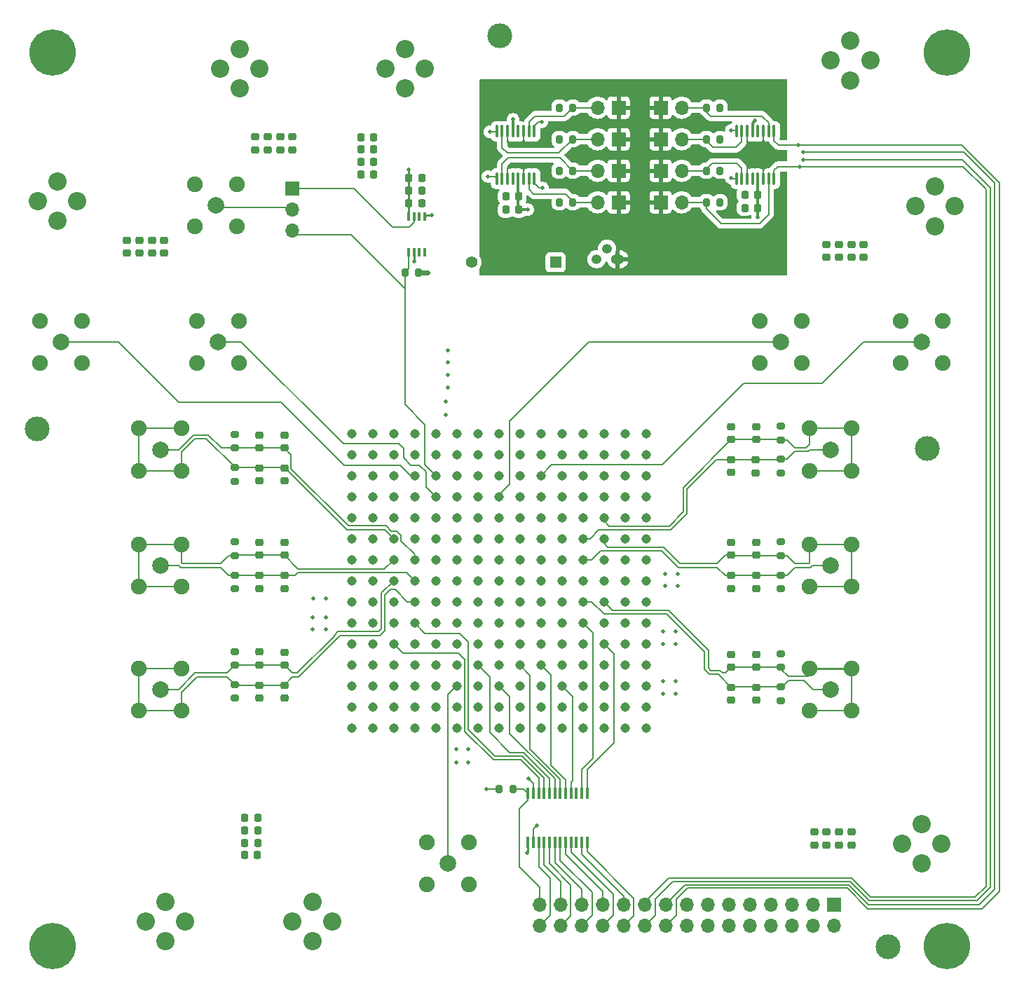
<source format=gbr>
%TF.GenerationSoftware,KiCad,Pcbnew,8.0.5*%
%TF.CreationDate,2024-10-22T14:52:20-04:00*%
%TF.ProjectId,huxley,6875786c-6579-42e6-9b69-6361645f7063,rev?*%
%TF.SameCoordinates,Original*%
%TF.FileFunction,Copper,L1,Top*%
%TF.FilePolarity,Positive*%
%FSLAX46Y46*%
G04 Gerber Fmt 4.6, Leading zero omitted, Abs format (unit mm)*
G04 Created by KiCad (PCBNEW 8.0.5) date 2024-10-22 14:52:20*
%MOMM*%
%LPD*%
G01*
G04 APERTURE LIST*
G04 Aperture macros list*
%AMRoundRect*
0 Rectangle with rounded corners*
0 $1 Rounding radius*
0 $2 $3 $4 $5 $6 $7 $8 $9 X,Y pos of 4 corners*
0 Add a 4 corners polygon primitive as box body*
4,1,4,$2,$3,$4,$5,$6,$7,$8,$9,$2,$3,0*
0 Add four circle primitives for the rounded corners*
1,1,$1+$1,$2,$3*
1,1,$1+$1,$4,$5*
1,1,$1+$1,$6,$7*
1,1,$1+$1,$8,$9*
0 Add four rect primitives between the rounded corners*
20,1,$1+$1,$2,$3,$4,$5,0*
20,1,$1+$1,$4,$5,$6,$7,0*
20,1,$1+$1,$6,$7,$8,$9,0*
20,1,$1+$1,$8,$9,$2,$3,0*%
G04 Aperture macros list end*
%TA.AperFunction,SMDPad,CuDef*%
%ADD10RoundRect,0.200000X0.275000X-0.200000X0.275000X0.200000X-0.275000X0.200000X-0.275000X-0.200000X0*%
%TD*%
%TA.AperFunction,SMDPad,CuDef*%
%ADD11RoundRect,0.225000X0.250000X-0.225000X0.250000X0.225000X-0.250000X0.225000X-0.250000X-0.225000X0*%
%TD*%
%TA.AperFunction,SMDPad,CuDef*%
%ADD12RoundRect,0.225000X0.225000X0.250000X-0.225000X0.250000X-0.225000X-0.250000X0.225000X-0.250000X0*%
%TD*%
%TA.AperFunction,SMDPad,CuDef*%
%ADD13RoundRect,0.200000X-0.200000X-0.275000X0.200000X-0.275000X0.200000X0.275000X-0.200000X0.275000X0*%
%TD*%
%TA.AperFunction,ComponentPad*%
%ADD14C,1.905000*%
%TD*%
%TA.AperFunction,ComponentPad*%
%ADD15C,2.006600*%
%TD*%
%TA.AperFunction,SMDPad,CuDef*%
%ADD16RoundRect,0.225000X-0.250000X0.225000X-0.250000X-0.225000X0.250000X-0.225000X0.250000X0.225000X0*%
%TD*%
%TA.AperFunction,ConnectorPad*%
%ADD17C,5.600000*%
%TD*%
%TA.AperFunction,ComponentPad*%
%ADD18C,3.600000*%
%TD*%
%TA.AperFunction,ComponentPad*%
%ADD19R,1.397000X1.397000*%
%TD*%
%TA.AperFunction,ComponentPad*%
%ADD20C,1.397000*%
%TD*%
%TA.AperFunction,SMDPad,CuDef*%
%ADD21RoundRect,0.200000X-0.275000X0.200000X-0.275000X-0.200000X0.275000X-0.200000X0.275000X0.200000X0*%
%TD*%
%TA.AperFunction,ComponentPad*%
%ADD22C,2.209800*%
%TD*%
%TA.AperFunction,SMDPad,CuDef*%
%ADD23R,0.355600X1.409700*%
%TD*%
%TA.AperFunction,ComponentPad*%
%ADD24O,1.700000X1.700000*%
%TD*%
%TA.AperFunction,ComponentPad*%
%ADD25R,1.700000X1.700000*%
%TD*%
%TA.AperFunction,SMDPad,CuDef*%
%ADD26RoundRect,0.200000X0.200000X0.275000X-0.200000X0.275000X-0.200000X-0.275000X0.200000X-0.275000X0*%
%TD*%
%TA.AperFunction,SMDPad,CuDef*%
%ADD27RoundRect,0.100000X-0.100000X0.637500X-0.100000X-0.637500X0.100000X-0.637500X0.100000X0.637500X0*%
%TD*%
%TA.AperFunction,SMDPad,CuDef*%
%ADD28RoundRect,0.225000X-0.225000X-0.250000X0.225000X-0.250000X0.225000X0.250000X-0.225000X0.250000X0*%
%TD*%
%TA.AperFunction,SMDPad,CuDef*%
%ADD29R,0.355600X1.066800*%
%TD*%
%TA.AperFunction,ComponentPad*%
%ADD30C,1.143000*%
%TD*%
%TA.AperFunction,SMDPad,CuDef*%
%ADD31C,3.000000*%
%TD*%
%TA.AperFunction,ComponentPad*%
%ADD32O,1.200000X1.200000*%
%TD*%
%TA.AperFunction,ComponentPad*%
%ADD33O,1.600000X1.200000*%
%TD*%
%TA.AperFunction,ViaPad*%
%ADD34C,0.508000*%
%TD*%
%TA.AperFunction,Conductor*%
%ADD35C,0.203200*%
%TD*%
%TA.AperFunction,Conductor*%
%ADD36C,0.200000*%
%TD*%
%TA.AperFunction,Conductor*%
%ADD37C,0.254000*%
%TD*%
%TA.AperFunction,Conductor*%
%ADD38C,0.304800*%
%TD*%
%TA.AperFunction,Conductor*%
%ADD39C,0.609600*%
%TD*%
G04 APERTURE END LIST*
D10*
%TO.P,R10,2*%
%TO.N,GND*%
X73000000Y-125400000D03*
%TO.P,R10,1*%
%TO.N,output_5+*%
X73000000Y-127050000D03*
%TD*%
D11*
%TO.P,C69,2*%
%TO.N,GND*%
X133000000Y-98225000D03*
%TO.P,C69,1*%
%TO.N,output_2-*%
X133000000Y-99775000D03*
%TD*%
D12*
%TO.P,C16,2*%
%TO.N,GND*%
X105759000Y-70405000D03*
%TO.P,C16,1*%
%TO.N,PP_SYS_3V3*%
X107309000Y-70405000D03*
%TD*%
D13*
%TO.P,R20,2*%
%TO.N,GND*%
X131635000Y-67310000D03*
%TO.P,R20,1*%
%TO.N,/ibias/R2_3*%
X129985000Y-67310000D03*
%TD*%
D14*
%TO.P,J19,5,Ext*%
%TO.N,GND*%
X73552700Y-85447300D03*
%TO.P,J19,4,Ext*%
X73552700Y-90552700D03*
%TO.P,J19,3,Ext*%
X68447300Y-90552700D03*
%TO.P,J19,2*%
X68447300Y-85447300D03*
D15*
%TO.P,J19,1*%
%TO.N,vd1_dummy*%
X71000000Y-88000000D03*
%TD*%
D16*
%TO.P,C37,2*%
%TO.N,GND*%
X144500000Y-77775000D03*
%TO.P,C37,1*%
%TO.N,vrbias*%
X144500000Y-76225000D03*
%TD*%
D14*
%TO.P,J5,5,Ext*%
%TO.N,GND*%
X101302700Y-148447300D03*
%TO.P,J5,4,Ext*%
X101302700Y-153552700D03*
%TO.P,J5,3,Ext*%
X96197300Y-153552700D03*
%TO.P,J5,2*%
X96197300Y-148447300D03*
D15*
%TO.P,J5,1*%
%TO.N,CLK*%
X98750000Y-151000000D03*
%TD*%
D12*
%TO.P,C21,2*%
%TO.N,GND*%
X74225000Y-147000000D03*
%TO.P,C21,1*%
%TO.N,PP_VDD_0V9*%
X75775000Y-147000000D03*
%TD*%
D11*
%TO.P,C64,2*%
%TO.N,GND*%
X133000000Y-125725000D03*
%TO.P,C64,1*%
%TO.N,output_0-*%
X133000000Y-127275000D03*
%TD*%
D17*
%TO.P,H3,1*%
%TO.N,N/C*%
X51000000Y-161000000D03*
D18*
X51000000Y-161000000D03*
%TD*%
D19*
%TO.P,D1,2,A*%
%TO.N,/ibias/ibias_m*%
X111760000Y-78359000D03*
D20*
%TO.P,D1,1,C*%
%TO.N,GND*%
X101600000Y-78359000D03*
%TD*%
D12*
%TO.P,C17,2*%
%TO.N,GND*%
X105759000Y-72005000D03*
%TO.P,C17,1*%
%TO.N,PP_SYS_3V3*%
X107309000Y-72005000D03*
%TD*%
D21*
%TO.P,R9,2*%
%TO.N,GND*%
X73000000Y-117825000D03*
%TO.P,R9,1*%
%TO.N,output_4+*%
X73000000Y-116175000D03*
%TD*%
D16*
%TO.P,C41,2*%
%TO.N,GND*%
X77000000Y-64775000D03*
%TO.P,C41,1*%
%TO.N,vlvl*%
X77000000Y-63225000D03*
%TD*%
D22*
%TO.P,J24,4,4*%
%TO.N,vlvl*%
X73612400Y-57387600D03*
%TO.P,J24,3,3*%
X73612400Y-52612400D03*
%TO.P,J24,2,2*%
X76000000Y-55000000D03*
%TO.P,J24,1,1*%
X71224800Y-55000000D03*
%TD*%
D12*
%TO.P,C29,2*%
%TO.N,GND*%
X88225000Y-64750000D03*
%TO.P,C29,1*%
%TO.N,PP_SYS_3V3*%
X89775000Y-64750000D03*
%TD*%
D13*
%TO.P,R22,2*%
%TO.N,LVLS_EN*%
X106625000Y-142000000D03*
%TO.P,R22,1*%
%TO.N,PP_AD2_3V3*%
X104975000Y-142000000D03*
%TD*%
D16*
%TO.P,C5,2*%
%TO.N,GND*%
X135962000Y-103801000D03*
%TO.P,C5,1*%
%TO.N,output_2+*%
X135962000Y-102251000D03*
%TD*%
%TO.P,C42,2*%
%TO.N,GND*%
X78500000Y-64775000D03*
%TO.P,C42,1*%
%TO.N,vlvl*%
X78500000Y-63225000D03*
%TD*%
D23*
%TO.P,U6,24,EN*%
%TO.N,LVLS_EN*%
X108425001Y-142547250D03*
%TO.P,U6,23,VREFB*%
%TO.N,PP_VDDIO_1V8*%
X109075002Y-142547250D03*
%TO.P,U6,22,B1*%
%TO.N,TSCAN_OUT*%
X109725001Y-142547250D03*
%TO.P,U6,21,B2*%
%TO.N,TSCAN_EN*%
X110375002Y-142547250D03*
%TO.P,U6,20,B3*%
%TO.N,IO_UCLK*%
X111025001Y-142547250D03*
%TO.P,U6,19,B4*%
%TO.N,SPI_COPI*%
X111675002Y-142547250D03*
%TO.P,U6,18,B5*%
%TO.N,SPI_CIPO*%
X112325001Y-142547250D03*
%TO.P,U6,17,B6*%
%TO.N,SPI_CLK*%
X112974999Y-142547250D03*
%TO.P,U6,16,B7*%
%TO.N,SPI_CS_L*%
X113625001Y-142547250D03*
%TO.P,U6,15,B8*%
%TO.N,unconnected-(U6-B8-Pad15)*%
X114274999Y-142547250D03*
%TO.P,U6,14,B9*%
%TO.N,SCAN_EN*%
X114925000Y-142547250D03*
%TO.P,U6,13,B10*%
%TO.N,RST_L*%
X115574999Y-142547250D03*
%TO.P,U6,12,A10*%
%TO.N,RST_L_3V3*%
X115574999Y-148452750D03*
%TO.P,U6,11,A9*%
%TO.N,SCAN_EN_3V3*%
X114924998Y-148452750D03*
%TO.P,U6,10,A8*%
%TO.N,unconnected-(U6-A8-Pad10)*%
X114274999Y-148452750D03*
%TO.P,U6,9,A7*%
%TO.N,SPI_CS_L_3V3*%
X113624998Y-148452750D03*
%TO.P,U6,8,A6*%
%TO.N,SPI_CLK_3V3*%
X112974999Y-148452750D03*
%TO.P,U6,7,A5*%
%TO.N,SPI_CIPO_3V3*%
X112324998Y-148452750D03*
%TO.P,U6,6,A4*%
%TO.N,SPI_COPI_3V3*%
X111674999Y-148452750D03*
%TO.P,U6,5,A3*%
%TO.N,IO_UCLK_3V3*%
X111024998Y-148452750D03*
%TO.P,U6,4,A2*%
%TO.N,TSCAN_EN_3V3*%
X110374999Y-148452750D03*
%TO.P,U6,3,A1*%
%TO.N,TSCAN_OUT_3V3*%
X109724998Y-148452750D03*
%TO.P,U6,2,VREFA*%
%TO.N,PP_AD2_3V3*%
X109075000Y-148452750D03*
%TO.P,U6,1,GND*%
%TO.N,GND*%
X108425001Y-148452750D03*
%TD*%
D16*
%TO.P,C35,2*%
%TO.N,GND*%
X143000000Y-148775000D03*
%TO.P,C35,1*%
%TO.N,PP_VDDIO_1V8*%
X143000000Y-147225000D03*
%TD*%
D11*
%TO.P,C6,2*%
%TO.N,GND*%
X76000000Y-99225000D03*
%TO.P,C6,1*%
%TO.N,output_3+*%
X76000000Y-100775000D03*
%TD*%
D16*
%TO.P,C66,2*%
%TO.N,GND*%
X133000000Y-117775000D03*
%TO.P,C66,1*%
%TO.N,output_1+*%
X133000000Y-116225000D03*
%TD*%
%TO.P,C32,2*%
%TO.N,GND*%
X147500000Y-148775000D03*
%TO.P,C32,1*%
%TO.N,PP_VDDIO_1V8*%
X147500000Y-147225000D03*
%TD*%
D11*
%TO.P,C4,2*%
%TO.N,GND*%
X136000000Y-112225000D03*
%TO.P,C4,1*%
%TO.N,output_1-*%
X136000000Y-113775000D03*
%TD*%
D21*
%TO.P,R1,2*%
%TO.N,GND*%
X139000000Y-131325000D03*
%TO.P,R1,1*%
%TO.N,output_0+*%
X139000000Y-129675000D03*
%TD*%
D11*
%TO.P,C67,2*%
%TO.N,GND*%
X133000000Y-112225000D03*
%TO.P,C67,1*%
%TO.N,output_1-*%
X133000000Y-113775000D03*
%TD*%
D12*
%TO.P,C18,2*%
%TO.N,GND*%
X134615000Y-71805000D03*
%TO.P,C18,1*%
%TO.N,PP_SYS_3V3*%
X136165000Y-71805000D03*
%TD*%
D22*
%TO.P,J39,4,4*%
%TO.N,vrbias*%
X157612400Y-74000000D03*
%TO.P,J39,3,3*%
X157612400Y-69224800D03*
%TO.P,J39,2,2*%
X160000000Y-71612400D03*
%TO.P,J39,1,1*%
X155224800Y-71612400D03*
%TD*%
%TO.P,J34,4,4*%
%TO.N,GND*%
X147387600Y-56387600D03*
%TO.P,J34,3,3*%
X147387600Y-51612400D03*
%TO.P,J34,2,2*%
X149775200Y-54000000D03*
%TO.P,J34,1,1*%
X145000000Y-54000000D03*
%TD*%
D24*
%TO.P,J6,30,DIO15*%
%TO.N,TSCAN_OUT_3V3*%
X109840000Y-158540000D03*
%TO.P,J6,29,DIO7*%
%TO.N,LVLS_EN*%
X109840000Y-156000000D03*
%TO.P,J6,28,DIO14*%
%TO.N,IO_UCLK_3V3*%
X112380000Y-158540000D03*
%TO.P,J6,27,DIO6*%
%TO.N,TSCAN_EN_3V3*%
X112380000Y-156000000D03*
%TO.P,J6,26,DIO13*%
%TO.N,SPI_CIPO_3V3*%
X114920000Y-158540000D03*
%TO.P,J6,25,DIO5*%
%TO.N,SPI_COPI_3V3*%
X114920000Y-156000000D03*
%TO.P,J6,24,DIO12*%
%TO.N,SPI_CS_L_3V3*%
X117460000Y-158540000D03*
%TO.P,J6,23,DIO4*%
%TO.N,SPI_CLK_3V3*%
X117460000Y-156000000D03*
%TO.P,J6,22,DIO11*%
%TO.N,RST_L_3V3*%
X120000000Y-158540000D03*
%TO.P,J6,21,DIO3*%
%TO.N,SCAN_EN_3V3*%
X120000000Y-156000000D03*
%TO.P,J6,20,DIO10*%
%TO.N,IBIAS_SEL3*%
X122540000Y-158540000D03*
%TO.P,J6,19,DIO2*%
%TO.N,IBIAS_SEL4*%
X122540000Y-156000000D03*
%TO.P,J6,18,DIO9*%
%TO.N,IBIAS_SEL1*%
X125080000Y-158540000D03*
%TO.P,J6,17,DIO1*%
%TO.N,IBIAS_SEL2*%
X125080000Y-156000000D03*
%TO.P,J6,16,DIO8*%
%TO.N,unconnected-(J6A-DIO8-Pad16)*%
X127620000Y-158540000D03*
%TO.P,J6,15,DIO0*%
%TO.N,unconnected-(J6A-DIO0-Pad15)*%
X127620000Y-156000000D03*
%TO.P,J6,14,Trigger2*%
%TO.N,unconnected-(J6B-Trigger2-Pad14)*%
X130160000Y-158540000D03*
%TO.P,J6,13,Trigger1*%
%TO.N,unconnected-(J6B-Trigger1-Pad13)*%
X130160000Y-156000000D03*
%TO.P,J6,12,GND*%
%TO.N,GND*%
X132700000Y-158540000D03*
%TO.P,J6,11,GND*%
X132700000Y-156000000D03*
%TO.P,J6,10,WaveformGen2*%
%TO.N,unconnected-(J6C-WaveformGen2-Pad10)*%
X135240000Y-158540000D03*
%TO.P,J6,9,WaveformGen1*%
%TO.N,unconnected-(J6C-WaveformGen1-Pad9)*%
X135240000Y-156000000D03*
%TO.P,J6,8,V-Power*%
%TO.N,unconnected-(J6D-V-Power-Pad8)*%
X137780000Y-158540000D03*
%TO.P,J6,7,V+Power*%
%TO.N,PP_AD2_3V3*%
X137780000Y-156000000D03*
%TO.P,J6,6,GND*%
%TO.N,GND*%
X140320000Y-158540000D03*
%TO.P,J6,5,GND*%
X140320000Y-156000000D03*
%TO.P,J6,4,Scope_Ch2-*%
%TO.N,unconnected-(J6B-Scope_Ch2--Pad4)*%
X142860000Y-158540000D03*
%TO.P,J6,3,Scope_Ch2+*%
%TO.N,unconnected-(J6B-Scope_Ch2+-Pad3)*%
X142860000Y-156000000D03*
%TO.P,J6,2,Scope_Ch1-*%
%TO.N,unconnected-(J6B-Scope_Ch1--Pad2)*%
X145400000Y-158540000D03*
D25*
%TO.P,J6,1,Scope_Ch1+*%
%TO.N,unconnected-(J6B-Scope_Ch1+-Pad1)*%
X145400000Y-156000000D03*
%TD*%
D21*
%TO.P,R3,2*%
%TO.N,GND*%
X139000000Y-117825000D03*
%TO.P,R3,1*%
%TO.N,output_1+*%
X139000000Y-116175000D03*
%TD*%
D22*
%TO.P,J37,4,4*%
%TO.N,GND*%
X64612400Y-160387600D03*
%TO.P,J37,3,3*%
X64612400Y-155612400D03*
%TO.P,J37,2,2*%
X67000000Y-158000000D03*
%TO.P,J37,1,1*%
X62224800Y-158000000D03*
%TD*%
D24*
%TO.P,J27,2,Pin_2*%
%TO.N,/ibias/R1_4*%
X116840000Y-71120000D03*
D25*
%TO.P,J27,1,Pin_1*%
%TO.N,/ibias/ibias_rset*%
X119380000Y-71120000D03*
%TD*%
D14*
%TO.P,J13,5,Ext*%
%TO.N,output_4-*%
X66552700Y-112447300D03*
%TO.P,J13,4,Ext*%
X66552700Y-117552700D03*
%TO.P,J13,3,Ext*%
X61447300Y-117552700D03*
%TO.P,J13,2*%
X61447300Y-112447300D03*
D15*
%TO.P,J13,1*%
%TO.N,output_4+*%
X64000000Y-115000000D03*
%TD*%
D26*
%TO.P,R16,2*%
%TO.N,/ibias/ibias_m*%
X112205000Y-63500000D03*
%TO.P,R16,1*%
%TO.N,/ibias/R1_2*%
X113855000Y-63500000D03*
%TD*%
D14*
%TO.P,J11,5,Ext*%
%TO.N,output_3-*%
X66552700Y-98447300D03*
%TO.P,J11,4,Ext*%
X66552700Y-103552700D03*
%TO.P,J11,3,Ext*%
X61447300Y-103552700D03*
%TO.P,J11,2*%
X61447300Y-98447300D03*
D15*
%TO.P,J11,1*%
%TO.N,output_3+*%
X64000000Y-101000000D03*
%TD*%
D27*
%TO.P,U4,16,SEL2*%
%TO.N,IBIAS_SEL4*%
X109209000Y-68267500D03*
%TO.P,U4,15,D2*%
%TO.N,/ibias/R1_4*%
X108559000Y-68267500D03*
%TO.P,U4,14,S2*%
%TO.N,/ibias/ibias_rset*%
X107909000Y-68267500D03*
%TO.P,U4,13,VDD*%
%TO.N,PP_SYS_3V3*%
X107259000Y-68267500D03*
%TO.P,U4,12,NC*%
%TO.N,unconnected-(U4-NC-Pad12)*%
X106609000Y-68267500D03*
%TO.P,U4,11,S3*%
%TO.N,/ibias/ibias_rset*%
X105959000Y-68267500D03*
%TO.P,U4,10,D3*%
%TO.N,/ibias/R1_3*%
X105309000Y-68267500D03*
%TO.P,U4,9,SEL3*%
%TO.N,IBIAS_SEL3*%
X104659000Y-68267500D03*
%TO.P,U4,8,SEL4*%
%TO.N,IBIAS_SEL2*%
X104659000Y-62542500D03*
%TO.P,U4,7,D4*%
%TO.N,/ibias/R1_2*%
X105309000Y-62542500D03*
%TO.P,U4,6,S4*%
%TO.N,/ibias/ibias_rset*%
X105959000Y-62542500D03*
%TO.P,U4,5,GND*%
%TO.N,GND*%
X106609000Y-62542500D03*
%TO.P,U4,4,NC*%
%TO.N,unconnected-(U4-NC-Pad4)*%
X107259000Y-62542500D03*
%TO.P,U4,3,S1*%
%TO.N,/ibias/ibias_rset*%
X107909000Y-62542500D03*
%TO.P,U4,2,D1*%
%TO.N,/ibias/R1_1*%
X108559000Y-62542500D03*
%TO.P,U4,1,SEL1*%
%TO.N,IBIAS_SEL1*%
X109209000Y-62542500D03*
%TD*%
D11*
%TO.P,C7,2*%
%TO.N,GND*%
X136000000Y-98225000D03*
%TO.P,C7,1*%
%TO.N,output_2-*%
X136000000Y-99775000D03*
%TD*%
D14*
%TO.P,J17,5,Ext*%
%TO.N,GND*%
X141552700Y-85447300D03*
%TO.P,J17,4,Ext*%
X141552700Y-90552700D03*
%TO.P,J17,3,Ext*%
X136447300Y-90552700D03*
%TO.P,J17,2*%
X136447300Y-85447300D03*
D15*
%TO.P,J17,1*%
%TO.N,vbias0*%
X139000000Y-88000000D03*
%TD*%
D16*
%TO.P,C33,2*%
%TO.N,GND*%
X146000000Y-148775000D03*
%TO.P,C33,1*%
%TO.N,PP_VDDIO_1V8*%
X146000000Y-147225000D03*
%TD*%
D28*
%TO.P,C15,2*%
%TO.N,GND*%
X95600000Y-68200000D03*
%TO.P,C15,1*%
%TO.N,PP_SYS_3V3*%
X94050000Y-68200000D03*
%TD*%
D16*
%TO.P,C36,2*%
%TO.N,GND*%
X149000000Y-77775000D03*
%TO.P,C36,1*%
%TO.N,vrbias*%
X149000000Y-76225000D03*
%TD*%
D11*
%TO.P,C11,2*%
%TO.N,GND*%
X76000000Y-112225000D03*
%TO.P,C11,1*%
%TO.N,output_4-*%
X76000000Y-113775000D03*
%TD*%
D27*
%TO.P,U5,16,SEL2*%
%TO.N,IBIAS_SEL4*%
X138165000Y-68267500D03*
%TO.P,U5,15,D2*%
%TO.N,/ibias/R2_4*%
X137515000Y-68267500D03*
%TO.P,U5,14,S2*%
%TO.N,/ibias/ibias_rset*%
X136865000Y-68267500D03*
%TO.P,U5,13,VDD*%
%TO.N,PP_SYS_3V3*%
X136215000Y-68267500D03*
%TO.P,U5,12,NC*%
%TO.N,unconnected-(U5-NC-Pad12)*%
X135565000Y-68267500D03*
%TO.P,U5,11,S3*%
%TO.N,/ibias/ibias_rset*%
X134915000Y-68267500D03*
%TO.P,U5,10,D3*%
%TO.N,/ibias/R2_3*%
X134265000Y-68267500D03*
%TO.P,U5,9,SEL3*%
%TO.N,IBIAS_SEL3*%
X133615000Y-68267500D03*
%TO.P,U5,8,SEL4*%
%TO.N,IBIAS_SEL2*%
X133615000Y-62542500D03*
%TO.P,U5,7,D4*%
%TO.N,/ibias/R2_2*%
X134265000Y-62542500D03*
%TO.P,U5,6,S4*%
%TO.N,/ibias/ibias_rset*%
X134915000Y-62542500D03*
%TO.P,U5,5,GND*%
%TO.N,GND*%
X135565000Y-62542500D03*
%TO.P,U5,4,NC*%
%TO.N,unconnected-(U5-NC-Pad4)*%
X136215000Y-62542500D03*
%TO.P,U5,3,S1*%
%TO.N,/ibias/ibias_rset*%
X136865000Y-62542500D03*
%TO.P,U5,2,D1*%
%TO.N,/ibias/R2_1*%
X137515000Y-62542500D03*
%TO.P,U5,1,SEL1*%
%TO.N,IBIAS_SEL1*%
X138165000Y-62542500D03*
%TD*%
D22*
%TO.P,J2,4,4*%
%TO.N,PP_TAVDD_1V8*%
X49224800Y-71000000D03*
%TO.P,J2,3,3*%
X54000000Y-71000000D03*
%TO.P,J2,2,2*%
X51612400Y-73387600D03*
%TO.P,J2,1,1*%
X51612400Y-68612400D03*
%TD*%
D29*
%TO.P,U3,8,VDD*%
%TO.N,PP_SYS_3V3*%
X94024640Y-72866400D03*
%TO.P,U3,7,OUT1*%
%TO.N,iout_dummy_amp*%
X94674880Y-72866400D03*
%TO.P,U3,6,OUT2*%
%TO.N,unconnected-(U3-OUT2-Pad6)*%
X95325120Y-72866400D03*
%TO.P,U3,5,GND*%
%TO.N,GND*%
X95975360Y-72866400D03*
%TO.P,U3,4,RS2-*%
%TO.N,unconnected-(U3-RS2--Pad4)*%
X95975360Y-77133600D03*
%TO.P,U3,3,RS2+*%
%TO.N,unconnected-(U3-RS2+-Pad3)*%
X95325120Y-77133600D03*
%TO.P,U3,2,RS1-*%
%TO.N,GND*%
X94674880Y-77133600D03*
%TO.P,U3,1,RS1+*%
%TO.N,iout_dummy*%
X94024640Y-77133600D03*
%TD*%
D30*
%TO.P,U1,L11,VSS*%
%TO.N,GND*%
X92202000Y-104140000D03*
%TO.P,U1,L10,vlvl_p_dummy*%
%TO.N,vlvl_p_dummy*%
X94742000Y-104140000D03*
%TO.P,U1,L9,iout_dummy*%
%TO.N,iout_dummy*%
X97282000Y-104140000D03*
%TO.P,U1,L8,TAVDD*%
%TO.N,PP_TAVDD_1V8*%
X99822000Y-104140000D03*
%TO.P,U1,L7,VSS*%
%TO.N,GND*%
X102362000Y-104140000D03*
%TO.P,U1,L6,vlvl*%
%TO.N,vlvl*%
X104902000Y-104140000D03*
%TO.P,U1,L5,vbias1*%
%TO.N,vbias1*%
X107442000Y-104140000D03*
%TO.P,U1,L4,vbias2*%
%TO.N,vbias2*%
X109982000Y-104140000D03*
%TO.P,U1,L3*%
%TO.N,N/C*%
X112522000Y-104140000D03*
%TO.P,U1,L2*%
X115062000Y-104140000D03*
%TO.P,U1,L1,VSS*%
%TO.N,GND*%
X117602000Y-104140000D03*
%TO.P,U1,K11*%
%TO.N,N/C*%
X92202000Y-106680000D03*
%TO.P,U1,K10*%
X94742000Y-106680000D03*
%TO.P,U1,K9,vd1_dummy*%
%TO.N,vd1_dummy*%
X97282000Y-106680000D03*
%TO.P,U1,K8*%
%TO.N,N/C*%
X99822000Y-106680000D03*
%TO.P,U1,K7*%
X102362000Y-106680000D03*
%TO.P,U1,K6,vbias0*%
%TO.N,vbias0*%
X104902000Y-106680000D03*
%TO.P,U1,K5,vrbias*%
%TO.N,vrbias*%
X107442000Y-106680000D03*
%TO.P,U1,K4*%
%TO.N,N/C*%
X109982000Y-106680000D03*
%TO.P,U1,K3*%
X112522000Y-106680000D03*
%TO.P,U1,K2*%
X115062000Y-106680000D03*
%TO.P,U1,K1,VSS*%
%TO.N,GND*%
X117602000Y-106680000D03*
%TO.P,U1,J11*%
%TO.N,N/C*%
X92202000Y-109220000D03*
%TO.P,U1,J10*%
X94742000Y-109220000D03*
%TO.P,U1,J7*%
X102362000Y-109220000D03*
%TO.P,U1,J6*%
X104902000Y-109220000D03*
%TO.P,U1,J5*%
X107442000Y-109220000D03*
%TO.P,U1,J2*%
X115062000Y-109220000D03*
%TO.P,U1,J1,output_2-*%
%TO.N,output_2-*%
X117602000Y-109220000D03*
%TO.P,U1,H11,output_3-*%
%TO.N,output_3-*%
X92202000Y-111760000D03*
%TO.P,U1,H10*%
%TO.N,N/C*%
X94742000Y-111760000D03*
%TO.P,U1,H2,output_2+*%
%TO.N,output_2+*%
X115062000Y-111760000D03*
%TO.P,U1,H1,output_1-*%
%TO.N,output_1-*%
X117602000Y-111760000D03*
%TO.P,U1,G11,output_4-*%
%TO.N,output_4-*%
X92202000Y-114300000D03*
%TO.P,U1,G10,output_3+*%
%TO.N,output_3+*%
X94742000Y-114300000D03*
%TO.P,U1,G9*%
%TO.N,N/C*%
X97282000Y-114300000D03*
%TO.P,U1,G3*%
X112522000Y-114300000D03*
%TO.P,U1,G2,output_1+*%
%TO.N,output_1+*%
X115062000Y-114300000D03*
%TO.P,U1,G1,TAVDD*%
%TO.N,PP_TAVDD_1V8*%
X117602000Y-114300000D03*
%TO.P,U1,F11,output_5+*%
%TO.N,output_5+*%
X92202000Y-116840000D03*
%TO.P,U1,F10,output_4+*%
%TO.N,output_4+*%
X94742000Y-116840000D03*
%TO.P,U1,F9*%
%TO.N,N/C*%
X97282000Y-116840000D03*
%TO.P,U1,F3*%
X112522000Y-116840000D03*
%TO.P,U1,F2*%
X115062000Y-116840000D03*
%TO.P,U1,F1*%
X117602000Y-116840000D03*
%TO.P,U1,E11,TAVDD*%
%TO.N,PP_TAVDD_1V8*%
X92202000Y-119380000D03*
%TO.P,U1,E10,output_5-*%
%TO.N,output_5-*%
X94742000Y-119380000D03*
%TO.P,U1,E9*%
%TO.N,N/C*%
X97282000Y-119380000D03*
%TO.P,U1,E3*%
X112522000Y-119380000D03*
%TO.P,U1,E2,output_0+*%
%TO.N,output_0+*%
X115062000Y-119380000D03*
%TO.P,U1,E1,output_0-*%
%TO.N,output_0-*%
X117602000Y-119380000D03*
%TO.P,U1,D11,VDD*%
%TO.N,PP_VDD_0V9*%
X92202000Y-121920000D03*
%TO.P,U1,D10,TSCAN_EN*%
%TO.N,TSCAN_EN*%
X94742000Y-121920000D03*
%TO.P,U1,D2,SCAN_EN*%
%TO.N,SCAN_EN*%
X115062000Y-121920000D03*
%TO.P,U1,D1,VDD*%
%TO.N,PP_VDD_0V9*%
X117602000Y-121920000D03*
%TO.P,U1,C11,TSCAN_OUT*%
%TO.N,TSCAN_OUT*%
X92202000Y-124460000D03*
%TO.P,U1,C10*%
%TO.N,N/C*%
X94742000Y-124460000D03*
%TO.P,U1,C7*%
X102362000Y-124460000D03*
%TO.P,U1,C6*%
X104902000Y-124460000D03*
%TO.P,U1,C5*%
X107442000Y-124460000D03*
%TO.P,U1,C2*%
X115062000Y-124460000D03*
%TO.P,U1,C1,RST_L*%
%TO.N,RST_L*%
X117602000Y-124460000D03*
%TO.P,U1,B11*%
%TO.N,N/C*%
X92202000Y-127000000D03*
%TO.P,U1,B10*%
X94742000Y-127000000D03*
%TO.P,U1,B9*%
X97282000Y-127000000D03*
%TO.P,U1,B8*%
X99822000Y-127000000D03*
%TO.P,U1,B7,IO_UCLK*%
%TO.N,IO_UCLK*%
X102362000Y-127000000D03*
%TO.P,U1,B6*%
%TO.N,N/C*%
X104902000Y-127000000D03*
%TO.P,U1,B5,SPI_CIPO*%
%TO.N,SPI_CIPO*%
X107442000Y-127000000D03*
%TO.P,U1,B4,SPI_CLK*%
%TO.N,SPI_CLK*%
X109982000Y-127000000D03*
%TO.P,U1,B3*%
%TO.N,N/C*%
X112522000Y-127000000D03*
%TO.P,U1,B2*%
X115062000Y-127000000D03*
%TO.P,U1,B1*%
X117602000Y-127000000D03*
%TO.P,U1,A11,VSS*%
%TO.N,GND*%
X92202000Y-129540000D03*
%TO.P,U1,A10*%
%TO.N,N/C*%
X94742000Y-129540000D03*
%TO.P,U1,A9*%
X97282000Y-129540000D03*
%TO.P,U1,A8,CLK*%
%TO.N,CLK*%
X99822000Y-129540000D03*
%TO.P,U1,A7,VDDPST_POC*%
%TO.N,PP_VDDIO_1V8*%
X102362000Y-129540000D03*
%TO.P,U1,A6,SPI_COPI*%
%TO.N,SPI_COPI*%
X104902000Y-129540000D03*
%TO.P,U1,A5,VDD*%
%TO.N,PP_VDD_0V9*%
X107442000Y-129540000D03*
%TO.P,U1,A4,VSS*%
%TO.N,GND*%
X109982000Y-129540000D03*
%TO.P,U1,A3,SPI_CS_L*%
%TO.N,SPI_CS_L*%
X112522000Y-129540000D03*
%TO.P,U1,A2*%
%TO.N,N/C*%
X115062000Y-129540000D03*
%TO.P,U1,A1,VDDPST*%
%TO.N,PP_VDDIO_1V8*%
X117602000Y-129540000D03*
%TO.P,U1,*%
%TO.N,*%
X122682000Y-134620000D03*
X122682000Y-132080000D03*
X122682000Y-129540000D03*
X122682000Y-127000000D03*
X122682000Y-124460000D03*
X122682000Y-121920000D03*
X122682000Y-119380000D03*
X122682000Y-116840000D03*
X122682000Y-114300000D03*
X122682000Y-111760000D03*
X122682000Y-109220000D03*
X122682000Y-106680000D03*
X122682000Y-104140000D03*
X122682000Y-101600000D03*
X122682000Y-99060000D03*
X120142000Y-134620000D03*
X120142000Y-132080000D03*
X120142000Y-129540000D03*
X120142000Y-127000000D03*
X120142000Y-124460000D03*
X120142000Y-121920000D03*
X120142000Y-119380000D03*
X120142000Y-116840000D03*
X120142000Y-114300000D03*
X120142000Y-111760000D03*
X120142000Y-109220000D03*
X120142000Y-106680000D03*
X120142000Y-104140000D03*
X120142000Y-101600000D03*
X120142000Y-99060000D03*
X117602000Y-134620000D03*
X117602000Y-132080000D03*
X117602000Y-101600000D03*
X117602000Y-99060000D03*
X115062000Y-134620000D03*
X115062000Y-132080000D03*
X115062000Y-101600000D03*
X115062000Y-99060000D03*
X112522000Y-134620000D03*
X112522000Y-132080000D03*
X112522000Y-124460000D03*
X112522000Y-121920000D03*
X112522000Y-111760000D03*
X112522000Y-109220000D03*
X112522000Y-101600000D03*
X112522000Y-99060000D03*
X109982000Y-134620000D03*
X109982000Y-132080000D03*
X109982000Y-124460000D03*
X109982000Y-121920000D03*
X109982000Y-119380000D03*
X109982000Y-116840000D03*
X109982000Y-114300000D03*
X109982000Y-111760000D03*
X109982000Y-109220000D03*
X109982000Y-101600000D03*
X109982000Y-99060000D03*
X107442000Y-134620000D03*
X107442000Y-132080000D03*
X107442000Y-121920000D03*
X107442000Y-119380000D03*
X107442000Y-116840000D03*
X107442000Y-114300000D03*
X107442000Y-111760000D03*
X107442000Y-101600000D03*
X107442000Y-99060000D03*
X104902000Y-134620000D03*
X104902000Y-132080000D03*
X104902000Y-121920000D03*
X104902000Y-119380000D03*
X104902000Y-116840000D03*
X104902000Y-114300000D03*
X104902000Y-111760000D03*
X104902000Y-101600000D03*
X104902000Y-99060000D03*
X102362000Y-134620000D03*
X102362000Y-132080000D03*
X102362000Y-121920000D03*
X102362000Y-119380000D03*
X102362000Y-116840000D03*
X102362000Y-114300000D03*
X102362000Y-111760000D03*
X102362000Y-101600000D03*
X102362000Y-99060000D03*
X99822000Y-134620000D03*
X99822000Y-132080000D03*
X99822000Y-124460000D03*
X99822000Y-121920000D03*
X99822000Y-119380000D03*
X99822000Y-116840000D03*
X99822000Y-114300000D03*
X99822000Y-111760000D03*
X99822000Y-109220000D03*
X99822000Y-101600000D03*
X99822000Y-99060000D03*
X97282000Y-134620000D03*
X97282000Y-132080000D03*
X97282000Y-124460000D03*
X97282000Y-121920000D03*
X97282000Y-111760000D03*
X97282000Y-109220000D03*
X97282000Y-101600000D03*
X97282000Y-99060000D03*
X94742000Y-134620000D03*
X94742000Y-132080000D03*
X94742000Y-101600000D03*
X94742000Y-99060000D03*
X92202000Y-134620000D03*
X92202000Y-132080000D03*
X92202000Y-101600000D03*
X92202000Y-99060000D03*
X89662000Y-134620000D03*
X89662000Y-132080000D03*
X89662000Y-129540000D03*
X89662000Y-127000000D03*
X89662000Y-124460000D03*
X89662000Y-121920000D03*
X89662000Y-119380000D03*
X89662000Y-116840000D03*
X89662000Y-114300000D03*
X89662000Y-111760000D03*
X89662000Y-109220000D03*
X89662000Y-106680000D03*
X89662000Y-104140000D03*
X89662000Y-101600000D03*
X89662000Y-99060000D03*
X87122000Y-134620000D03*
X87122000Y-132080000D03*
X87122000Y-129540000D03*
X87122000Y-127000000D03*
X87122000Y-124460000D03*
X87122000Y-121920000D03*
X87122000Y-119380000D03*
X87122000Y-116840000D03*
X87122000Y-114300000D03*
X87122000Y-111760000D03*
X87122000Y-109220000D03*
X87122000Y-106680000D03*
X87122000Y-104140000D03*
X87122000Y-101600000D03*
X87122000Y-99060000D03*
%TD*%
D24*
%TO.P,J30,2,Pin_2*%
%TO.N,/ibias/R2_3*%
X127000000Y-67310000D03*
D25*
%TO.P,J30,1,Pin_1*%
%TO.N,/ibias/ibias_rset*%
X124460000Y-67310000D03*
%TD*%
D16*
%TO.P,C26,2*%
%TO.N,GND*%
X63000000Y-77275000D03*
%TO.P,C26,1*%
%TO.N,PP_TAVDD_1V8*%
X63000000Y-75725000D03*
%TD*%
D24*
%TO.P,J31,2,Pin_2*%
%TO.N,/ibias/R2_4*%
X127000000Y-71120000D03*
D25*
%TO.P,J31,1,Pin_1*%
%TO.N,/ibias/ibias_rset*%
X124460000Y-71120000D03*
%TD*%
D16*
%TO.P,C75,2*%
%TO.N,GND*%
X79000000Y-131000000D03*
%TO.P,C75,1*%
%TO.N,output_5-*%
X79000000Y-129450000D03*
%TD*%
D31*
%TO.P,TP4,1,1*%
%TO.N,GND*%
X49100000Y-98500000D03*
%TD*%
D11*
%TO.P,C70,2*%
%TO.N,GND*%
X79000000Y-99225000D03*
%TO.P,C70,1*%
%TO.N,output_3+*%
X79000000Y-100775000D03*
%TD*%
D13*
%TO.P,R21,2*%
%TO.N,GND*%
X131635000Y-71120000D03*
%TO.P,R21,1*%
%TO.N,/ibias/R2_4*%
X129985000Y-71120000D03*
%TD*%
D12*
%TO.P,C20,2*%
%TO.N,GND*%
X74225000Y-145490000D03*
%TO.P,C20,1*%
%TO.N,PP_VDD_0V9*%
X75775000Y-145490000D03*
%TD*%
%TO.P,C19,2*%
%TO.N,GND*%
X134615000Y-70205000D03*
%TO.P,C19,1*%
%TO.N,PP_SYS_3V3*%
X136165000Y-70205000D03*
%TD*%
D10*
%TO.P,R11,2*%
%TO.N,GND*%
X73000000Y-112175000D03*
%TO.P,R11,1*%
%TO.N,output_4-*%
X73000000Y-113825000D03*
%TD*%
D16*
%TO.P,C8,2*%
%TO.N,GND*%
X76000000Y-104775000D03*
%TO.P,C8,1*%
%TO.N,output_3-*%
X76000000Y-103225000D03*
%TD*%
D24*
%TO.P,J28,2,Pin_2*%
%TO.N,/ibias/R2_1*%
X127000000Y-59690000D03*
D25*
%TO.P,J28,1,Pin_1*%
%TO.N,/ibias/ibias_rset*%
X124460000Y-59690000D03*
%TD*%
D16*
%TO.P,C9,2*%
%TO.N,GND*%
X76000000Y-117775000D03*
%TO.P,C9,1*%
%TO.N,output_4+*%
X76000000Y-116225000D03*
%TD*%
%TO.P,C72,2*%
%TO.N,GND*%
X79000000Y-117775000D03*
%TO.P,C72,1*%
%TO.N,output_4+*%
X79000000Y-116225000D03*
%TD*%
%TO.P,C68,2*%
%TO.N,GND*%
X133000000Y-103775000D03*
%TO.P,C68,1*%
%TO.N,output_2+*%
X133000000Y-102225000D03*
%TD*%
D10*
%TO.P,R6,2*%
%TO.N,GND*%
X73000000Y-99175000D03*
%TO.P,R6,1*%
%TO.N,output_3+*%
X73000000Y-100825000D03*
%TD*%
D12*
%TO.P,C23,2*%
%TO.N,GND*%
X74175000Y-150000000D03*
%TO.P,C23,1*%
%TO.N,PP_VDD_0V9*%
X75725000Y-150000000D03*
%TD*%
D26*
%TO.P,R18,2*%
%TO.N,/ibias/ibias_m*%
X112205000Y-71120000D03*
%TO.P,R18,1*%
%TO.N,/ibias/R1_4*%
X113855000Y-71120000D03*
%TD*%
D21*
%TO.P,R5,2*%
%TO.N,GND*%
X139000000Y-103825000D03*
%TO.P,R5,1*%
%TO.N,output_2+*%
X139000000Y-102175000D03*
%TD*%
D28*
%TO.P,C13,2*%
%TO.N,GND*%
X95600000Y-71200000D03*
%TO.P,C13,1*%
%TO.N,PP_SYS_3V3*%
X94050000Y-71200000D03*
%TD*%
D16*
%TO.P,C25,2*%
%TO.N,GND*%
X61500000Y-77275000D03*
%TO.P,C25,1*%
%TO.N,PP_TAVDD_1V8*%
X61500000Y-75725000D03*
%TD*%
D14*
%TO.P,J18,5,Ext*%
%TO.N,GND*%
X158552700Y-85447300D03*
%TO.P,J18,4,Ext*%
X158552700Y-90552700D03*
%TO.P,J18,3,Ext*%
X153447300Y-90552700D03*
%TO.P,J18,2*%
X153447300Y-85447300D03*
D15*
%TO.P,J18,1*%
%TO.N,vbias2*%
X156000000Y-88000000D03*
%TD*%
D16*
%TO.P,C34,2*%
%TO.N,GND*%
X144500000Y-148775000D03*
%TO.P,C34,1*%
%TO.N,PP_VDDIO_1V8*%
X144500000Y-147225000D03*
%TD*%
%TO.P,C1,2*%
%TO.N,GND*%
X136000000Y-131275000D03*
%TO.P,C1,1*%
%TO.N,output_0+*%
X136000000Y-129725000D03*
%TD*%
D26*
%TO.P,R17,2*%
%TO.N,/ibias/ibias_m*%
X112205000Y-67310000D03*
%TO.P,R17,1*%
%TO.N,/ibias/R1_3*%
X113855000Y-67310000D03*
%TD*%
D24*
%TO.P,J26,2,Pin_2*%
%TO.N,/ibias/R1_3*%
X116840000Y-67310000D03*
D25*
%TO.P,J26,1,Pin_1*%
%TO.N,/ibias/ibias_rset*%
X119380000Y-67310000D03*
%TD*%
D14*
%TO.P,J15,5,Ext*%
%TO.N,output_5-*%
X66552700Y-127447300D03*
%TO.P,J15,4,Ext*%
X66552700Y-132552700D03*
%TO.P,J15,3,Ext*%
X61447300Y-132552700D03*
%TO.P,J15,2*%
X61447300Y-127447300D03*
D15*
%TO.P,J15,1*%
%TO.N,output_5+*%
X64000000Y-130000000D03*
%TD*%
D13*
%TO.P,R14,2*%
%TO.N,GND*%
X131635000Y-59690000D03*
%TO.P,R14,1*%
%TO.N,/ibias/R2_1*%
X129985000Y-59690000D03*
%TD*%
D12*
%TO.P,C31,2*%
%TO.N,GND*%
X88225000Y-67750000D03*
%TO.P,C31,1*%
%TO.N,PP_SYS_3V3*%
X89775000Y-67750000D03*
%TD*%
D24*
%TO.P,J32,3,Pin_3*%
%TO.N,iout_dummy*%
X80000000Y-74530000D03*
%TO.P,J32,2,Pin_2*%
%TO.N,iout_dummy_amp_conn*%
X80000000Y-71990000D03*
D25*
%TO.P,J32,1,Pin_1*%
%TO.N,iout_dummy_amp*%
X80000000Y-69450000D03*
%TD*%
D22*
%TO.P,J35,4,4*%
%TO.N,PP_SYS_3V3*%
X93612400Y-57387600D03*
%TO.P,J35,3,3*%
X93612400Y-52612400D03*
%TO.P,J35,2,2*%
X96000000Y-55000000D03*
%TO.P,J35,1,1*%
X91224800Y-55000000D03*
%TD*%
D16*
%TO.P,C71,2*%
%TO.N,GND*%
X79000000Y-104775000D03*
%TO.P,C71,1*%
%TO.N,output_3-*%
X79000000Y-103225000D03*
%TD*%
%TO.P,C43,2*%
%TO.N,GND*%
X80000000Y-64775000D03*
%TO.P,C43,1*%
%TO.N,vlvl*%
X80000000Y-63225000D03*
%TD*%
D21*
%TO.P,R12,2*%
%TO.N,GND*%
X73000000Y-131050000D03*
%TO.P,R12,1*%
%TO.N,output_5-*%
X73000000Y-129400000D03*
%TD*%
D24*
%TO.P,J29,2,Pin_2*%
%TO.N,/ibias/R2_2*%
X127000000Y-63500000D03*
D25*
%TO.P,J29,1,Pin_1*%
%TO.N,/ibias/ibias_rset*%
X124460000Y-63500000D03*
%TD*%
D16*
%TO.P,C27,2*%
%TO.N,GND*%
X64500000Y-77275000D03*
%TO.P,C27,1*%
%TO.N,PP_TAVDD_1V8*%
X64500000Y-75725000D03*
%TD*%
%TO.P,C38,2*%
%TO.N,GND*%
X146000000Y-77775000D03*
%TO.P,C38,1*%
%TO.N,vrbias*%
X146000000Y-76225000D03*
%TD*%
D17*
%TO.P,H1,1*%
%TO.N,N/C*%
X159000000Y-53000000D03*
D18*
X159000000Y-53000000D03*
%TD*%
D17*
%TO.P,H4,1*%
%TO.N,N/C*%
X51000000Y-53000000D03*
D18*
X51000000Y-53000000D03*
%TD*%
D13*
%TO.P,R19,2*%
%TO.N,GND*%
X131635000Y-63500000D03*
%TO.P,R19,1*%
%TO.N,/ibias/R2_2*%
X129985000Y-63500000D03*
%TD*%
D16*
%TO.P,C65,2*%
%TO.N,GND*%
X133000000Y-131275000D03*
%TO.P,C65,1*%
%TO.N,output_0+*%
X133000000Y-129725000D03*
%TD*%
%TO.P,C40,2*%
%TO.N,GND*%
X75500000Y-64775000D03*
%TO.P,C40,1*%
%TO.N,vlvl*%
X75500000Y-63225000D03*
%TD*%
D26*
%TO.P,R13,2*%
%TO.N,/ibias/ibias_m*%
X112205000Y-59690000D03*
%TO.P,R13,1*%
%TO.N,/ibias/R1_1*%
X113855000Y-59690000D03*
%TD*%
D14*
%TO.P,J4,5,Ext*%
%TO.N,output_0-*%
X147552700Y-127447300D03*
%TO.P,J4,4,Ext*%
X147552700Y-132552700D03*
%TO.P,J4,3,Ext*%
X142447300Y-132552700D03*
%TO.P,J4,2*%
X142447300Y-127447300D03*
D15*
%TO.P,J4,1*%
%TO.N,output_0+*%
X145000000Y-130000000D03*
%TD*%
D24*
%TO.P,J25,2,Pin_2*%
%TO.N,/ibias/R1_2*%
X116840000Y-63500000D03*
D25*
%TO.P,J25,1,Pin_1*%
%TO.N,/ibias/ibias_rset*%
X119380000Y-63500000D03*
%TD*%
D12*
%TO.P,C30,2*%
%TO.N,GND*%
X88225000Y-66250000D03*
%TO.P,C30,1*%
%TO.N,PP_SYS_3V3*%
X89775000Y-66250000D03*
%TD*%
D14*
%TO.P,J7,5,Ext*%
%TO.N,output_1-*%
X147552700Y-112447300D03*
%TO.P,J7,4,Ext*%
X147552700Y-117552700D03*
%TO.P,J7,3,Ext*%
X142447300Y-117552700D03*
%TO.P,J7,2*%
X142447300Y-112447300D03*
D15*
%TO.P,J7,1*%
%TO.N,output_1+*%
X145000000Y-115000000D03*
%TD*%
D12*
%TO.P,C28,2*%
%TO.N,GND*%
X88225000Y-63250000D03*
%TO.P,C28,1*%
%TO.N,PP_SYS_3V3*%
X89775000Y-63250000D03*
%TD*%
D21*
%TO.P,R8,2*%
%TO.N,GND*%
X73000000Y-104825000D03*
%TO.P,R8,1*%
%TO.N,output_3-*%
X73000000Y-103175000D03*
%TD*%
D17*
%TO.P,H2,1*%
%TO.N,N/C*%
X159000000Y-161000000D03*
D18*
X159000000Y-161000000D03*
%TD*%
D11*
%TO.P,C10,2*%
%TO.N,GND*%
X76000000Y-125450000D03*
%TO.P,C10,1*%
%TO.N,output_5+*%
X76000000Y-127000000D03*
%TD*%
D31*
%TO.P,TP3,1,1*%
%TO.N,GND*%
X151900000Y-161100000D03*
%TD*%
D14*
%TO.P,J22,5,Ext*%
%TO.N,GND*%
X73302700Y-68947300D03*
%TO.P,J22,4,Ext*%
X73302700Y-74052700D03*
%TO.P,J22,3,Ext*%
X68197300Y-74052700D03*
%TO.P,J22,2*%
X68197300Y-68947300D03*
D15*
%TO.P,J22,1*%
%TO.N,iout_dummy_amp_conn*%
X70750000Y-71500000D03*
%TD*%
D22*
%TO.P,J1,1,1*%
%TO.N,PP_VDDIO_1V8*%
X156000000Y-151000000D03*
%TO.P,J1,2,2*%
X156000000Y-146224800D03*
%TO.P,J1,3,3*%
X153612400Y-148612400D03*
%TO.P,J1,4,4*%
X158387600Y-148612400D03*
%TD*%
D16*
%TO.P,C39,2*%
%TO.N,GND*%
X147500000Y-77775000D03*
%TO.P,C39,1*%
%TO.N,vrbias*%
X147500000Y-76225000D03*
%TD*%
D11*
%TO.P,C74,2*%
%TO.N,GND*%
X79000000Y-125477000D03*
%TO.P,C74,1*%
%TO.N,output_5+*%
X79000000Y-127027000D03*
%TD*%
D31*
%TO.P,TP1,1,1*%
%TO.N,GND*%
X105000000Y-51000000D03*
%TD*%
D13*
%TO.P,R15,2*%
%TO.N,GND*%
X95216880Y-79604000D03*
%TO.P,R15,1*%
%TO.N,iout_dummy*%
X93566880Y-79604000D03*
%TD*%
D11*
%TO.P,C2,2*%
%TO.N,GND*%
X136000000Y-125725000D03*
%TO.P,C2,1*%
%TO.N,output_0-*%
X136000000Y-127275000D03*
%TD*%
D24*
%TO.P,J21,2,Pin_2*%
%TO.N,/ibias/R1_1*%
X116840000Y-59690000D03*
D25*
%TO.P,J21,1,Pin_1*%
%TO.N,/ibias/ibias_rset*%
X119380000Y-59690000D03*
%TD*%
D10*
%TO.P,R7,2*%
%TO.N,GND*%
X139000000Y-98175000D03*
%TO.P,R7,1*%
%TO.N,output_2-*%
X139000000Y-99825000D03*
%TD*%
%TO.P,R2,2*%
%TO.N,GND*%
X139000000Y-125675000D03*
%TO.P,R2,1*%
%TO.N,output_0-*%
X139000000Y-127325000D03*
%TD*%
D28*
%TO.P,C14,2*%
%TO.N,GND*%
X95600000Y-69700000D03*
%TO.P,C14,1*%
%TO.N,PP_SYS_3V3*%
X94050000Y-69700000D03*
%TD*%
D32*
%TO.P,U2,3,-V*%
%TO.N,/ibias/ibias_m*%
X116730000Y-78000000D03*
%TO.P,U2,2,+V*%
%TO.N,vbias1*%
X118000000Y-76730000D03*
D33*
%TO.P,U2,1,R*%
%TO.N,/ibias/ibias_rset*%
X119270000Y-78000000D03*
%TD*%
D16*
%TO.P,C12,2*%
%TO.N,GND*%
X76000000Y-131000000D03*
%TO.P,C12,1*%
%TO.N,output_5-*%
X76000000Y-129450000D03*
%TD*%
%TO.P,C3,2*%
%TO.N,GND*%
X136000000Y-117775000D03*
%TO.P,C3,1*%
%TO.N,output_1+*%
X136000000Y-116225000D03*
%TD*%
D11*
%TO.P,C73,2*%
%TO.N,GND*%
X79000000Y-112225000D03*
%TO.P,C73,1*%
%TO.N,output_4-*%
X79000000Y-113775000D03*
%TD*%
D22*
%TO.P,J3,4,4*%
%TO.N,PP_VDD_0V9*%
X82387600Y-160387600D03*
%TO.P,J3,3,3*%
X82387600Y-155612400D03*
%TO.P,J3,2,2*%
X84775200Y-158000000D03*
%TO.P,J3,1,1*%
X80000000Y-158000000D03*
%TD*%
D14*
%TO.P,J20,5,Ext*%
%TO.N,GND*%
X54552700Y-85447300D03*
%TO.P,J20,4,Ext*%
X54552700Y-90552700D03*
%TO.P,J20,3,Ext*%
X49447300Y-90552700D03*
%TO.P,J20,2*%
X49447300Y-85447300D03*
D15*
%TO.P,J20,1*%
%TO.N,vlvl_p_dummy*%
X52000000Y-88000000D03*
%TD*%
D14*
%TO.P,J9,5,Ext*%
%TO.N,output_2-*%
X147552700Y-98447300D03*
%TO.P,J9,4,Ext*%
X147552700Y-103552700D03*
%TO.P,J9,3,Ext*%
X142447300Y-103552700D03*
%TO.P,J9,2*%
X142447300Y-98447300D03*
D15*
%TO.P,J9,1*%
%TO.N,output_2+*%
X145000000Y-101000000D03*
%TD*%
D12*
%TO.P,C22,2*%
%TO.N,GND*%
X74225000Y-148500000D03*
%TO.P,C22,1*%
%TO.N,PP_VDD_0V9*%
X75775000Y-148500000D03*
%TD*%
D31*
%TO.P,TP2,1,1*%
%TO.N,GND*%
X156650000Y-100900000D03*
%TD*%
D16*
%TO.P,C24,2*%
%TO.N,GND*%
X60000000Y-77275000D03*
%TO.P,C24,1*%
%TO.N,PP_TAVDD_1V8*%
X60000000Y-75725000D03*
%TD*%
D10*
%TO.P,R4,2*%
%TO.N,GND*%
X139000000Y-112175000D03*
%TO.P,R4,1*%
%TO.N,output_1-*%
X139000000Y-113825000D03*
%TD*%
D34*
%TO.N,GND*%
X147500000Y-148775000D03*
X135962000Y-103801000D03*
X74175000Y-150000000D03*
X61500000Y-77275000D03*
X133000000Y-98225000D03*
X134590000Y-70205000D03*
X63000000Y-77275000D03*
X105759000Y-70405000D03*
X88225000Y-67750000D03*
X144500000Y-148775000D03*
X147500000Y-77775000D03*
X133000000Y-131275000D03*
X49100000Y-98500000D03*
X64500000Y-77275000D03*
X76000000Y-131000000D03*
X126275000Y-124500000D03*
X74225000Y-147000000D03*
X131645000Y-67300000D03*
X76000000Y-104775000D03*
X88225000Y-63250000D03*
X79000000Y-125477000D03*
X136000000Y-112225000D03*
X76000000Y-117775000D03*
X126525000Y-116000000D03*
X88225000Y-64750000D03*
X96292000Y-79604000D03*
X106629200Y-61112400D03*
X82450000Y-121250000D03*
X96778000Y-72714000D03*
X126275000Y-123000000D03*
X73000000Y-104825000D03*
X126275000Y-130500000D03*
X82475000Y-119000000D03*
X79000000Y-104775000D03*
X133000000Y-112225000D03*
X152000000Y-161100000D03*
X98725000Y-93500000D03*
X80000000Y-64775000D03*
X139000000Y-131325000D03*
X98725000Y-92000000D03*
X136000000Y-131275000D03*
X105759000Y-72005000D03*
X73000000Y-99200000D03*
X95600000Y-71200000D03*
X75500000Y-64775000D03*
X76000000Y-112225000D03*
X133000000Y-117775000D03*
X79000000Y-112225000D03*
X139000000Y-98175000D03*
X73000000Y-112175000D03*
X133000000Y-103775000D03*
X98725000Y-90500000D03*
X98500000Y-95225000D03*
X139000000Y-112175000D03*
X126275000Y-129000000D03*
X78500000Y-64775000D03*
X79000000Y-99225000D03*
X73000000Y-117825000D03*
X60000000Y-77275000D03*
X144500000Y-77775000D03*
X88225000Y-66250000D03*
X139000000Y-117825000D03*
X146000000Y-148775000D03*
X131645000Y-71125000D03*
X135870000Y-61258800D03*
X136000000Y-125725000D03*
X133000000Y-125725000D03*
X95600000Y-69700000D03*
X134590000Y-71805000D03*
X73000000Y-131050000D03*
X156650000Y-100900000D03*
X139000000Y-103825000D03*
X82450000Y-122750000D03*
X131620000Y-63500000D03*
X94679600Y-78235600D03*
X101250000Y-138775000D03*
X76000000Y-125450000D03*
X74225000Y-148500000D03*
X76000000Y-99225000D03*
X149000000Y-77775000D03*
X79000000Y-117775000D03*
X146000000Y-77775000D03*
X73000000Y-125400000D03*
X143000000Y-148775000D03*
X98725000Y-89000000D03*
X79000000Y-131000000D03*
X139000000Y-125675000D03*
X77000000Y-64775000D03*
X131620000Y-59700000D03*
X105000000Y-51100000D03*
X95600000Y-68200000D03*
X74225000Y-145490000D03*
X136000000Y-117775000D03*
X108343401Y-149750000D03*
X136000000Y-98225000D03*
X99750000Y-138775000D03*
X126525000Y-117500000D03*
%TO.N,PP_SYS_3V3*%
X89775000Y-67750000D03*
X94000000Y-67200000D03*
X89775000Y-66250000D03*
X89775000Y-64750000D03*
X108400000Y-72000000D03*
X89775000Y-63250000D03*
X136200000Y-72900000D03*
%TO.N,PP_VDD_0V9*%
X84000000Y-121250000D03*
X75775000Y-147000000D03*
X124725000Y-123000000D03*
X124725000Y-124500000D03*
X75775000Y-145490000D03*
X75725000Y-150000000D03*
X75775000Y-148500000D03*
X84000000Y-122750000D03*
%TO.N,PP_TAVDD_1V8*%
X84025000Y-119000000D03*
X63000000Y-75725000D03*
X61500000Y-75725000D03*
X60000000Y-75725000D03*
X64500000Y-75725000D03*
X124975000Y-117500000D03*
X124975000Y-116000000D03*
X98500000Y-96775000D03*
%TO.N,PP_VDDIO_1V8*%
X101250000Y-137225000D03*
X147500000Y-147225000D03*
X144500000Y-147225000D03*
X99750000Y-137225000D03*
X124725000Y-129000000D03*
X146000000Y-147225000D03*
X143000000Y-147225000D03*
X124725000Y-130500000D03*
X108500000Y-140750000D03*
%TO.N,vlvl*%
X78500000Y-63225000D03*
X80000000Y-63225000D03*
X75500000Y-63225000D03*
X77000000Y-63225000D03*
%TO.N,vrbias*%
X149000000Y-76225000D03*
X144500000Y-76225000D03*
X147500000Y-76225000D03*
X146000000Y-76225000D03*
%TO.N,/ibias/ibias_m*%
X112205000Y-59690000D03*
X112205000Y-63500000D03*
X112205000Y-67310000D03*
X112205000Y-71120000D03*
%TO.N,IBIAS_SEL3*%
X141700000Y-66000000D03*
X103600000Y-68000000D03*
X133000000Y-68200000D03*
%TO.N,IBIAS_SEL4*%
X110200000Y-69400000D03*
X141300000Y-66800000D03*
%TO.N,IBIAS_SEL1*%
X110100000Y-61400000D03*
X141100000Y-64200000D03*
%TO.N,IBIAS_SEL2*%
X103800000Y-62600000D03*
X141700000Y-65100000D03*
X133000000Y-62400000D03*
%TO.N,PP_AD2_3V3*%
X109493001Y-146397250D03*
X103425000Y-142000000D03*
%TD*%
D35*
%TO.N,IBIAS_SEL1*%
X125080000Y-158540000D02*
X126350000Y-157270000D01*
X126350000Y-157270000D02*
X126350000Y-155350000D01*
X126350000Y-155350000D02*
X127700000Y-154000000D01*
X127700000Y-154000000D02*
X129000000Y-154000000D01*
%TO.N,IBIAS_SEL2*%
X141700000Y-65100000D02*
X161100000Y-65100000D01*
X149574736Y-156000000D02*
X147168336Y-153593600D01*
X164800000Y-68800000D02*
X164800000Y-154125264D01*
X161100000Y-65100000D02*
X164800000Y-68800000D01*
X164800000Y-154125264D02*
X162925264Y-156000000D01*
X162925264Y-156000000D02*
X149574736Y-156000000D01*
X127362465Y-153593600D02*
X125080000Y-155876065D01*
X147168336Y-153593600D02*
X127362465Y-153593600D01*
X125080000Y-155876065D02*
X125080000Y-156000000D01*
%TO.N,IBIAS_SEL1*%
X141100000Y-64200000D02*
X160800000Y-64200000D01*
X163250000Y-156500000D02*
X149500000Y-156500000D01*
X147000000Y-154000000D02*
X128000000Y-154000000D01*
X160800000Y-64200000D02*
X165350000Y-68750000D01*
X149500000Y-156500000D02*
X147000000Y-154000000D01*
X165350000Y-68750000D02*
X165350000Y-154400000D01*
X165350000Y-154400000D02*
X163250000Y-156500000D01*
D36*
%TO.N,output_0+*%
X145000000Y-130000000D02*
X142900000Y-130000000D01*
X142900000Y-130000000D02*
X141800000Y-128900000D01*
X141800000Y-128900000D02*
X139900000Y-128900000D01*
X139900000Y-128900000D02*
X139125000Y-129675000D01*
X139125000Y-129675000D02*
X139000000Y-129675000D01*
%TO.N,output_0-*%
X142447300Y-127447300D02*
X142447300Y-128252700D01*
X142447300Y-128252700D02*
X142300000Y-128400000D01*
X142300000Y-128400000D02*
X139900000Y-128400000D01*
X139900000Y-128400000D02*
X139000000Y-127500000D01*
X139000000Y-127500000D02*
X139000000Y-127325000D01*
D37*
X142447300Y-127447300D02*
X147552700Y-127447300D01*
D36*
X147552700Y-132552700D02*
X142447300Y-132552700D01*
X147552700Y-127447300D02*
X147552700Y-132552700D01*
D35*
X117602000Y-119380000D02*
X118620400Y-120398400D01*
X130226600Y-125226600D02*
X130226600Y-127385678D01*
X125398400Y-120398400D02*
X130226600Y-125226600D01*
X130226600Y-127385678D02*
X130540922Y-127700000D01*
X118620400Y-120398400D02*
X125398400Y-120398400D01*
X130540922Y-127700000D02*
X131615922Y-127700000D01*
X131615922Y-127700000D02*
X131915922Y-128000000D01*
X132275000Y-128000000D02*
X133000000Y-127275000D01*
X131915922Y-128000000D02*
X132275000Y-128000000D01*
%TO.N,output_0+*%
X116130000Y-119380000D02*
X117601600Y-120851600D01*
X129773400Y-125414322D02*
X129773400Y-127573400D01*
X117601600Y-120851600D02*
X125210678Y-120851600D01*
X115062000Y-119380000D02*
X116130000Y-119380000D01*
X125210678Y-120851600D02*
X129773400Y-125414322D01*
X131428200Y-128153200D02*
X133000000Y-129725000D01*
X129773400Y-127573400D02*
X130353200Y-128153200D01*
X130353200Y-128153200D02*
X131428200Y-128153200D01*
D37*
%TO.N,GND*%
X105100000Y-51000000D02*
X105000000Y-51100000D01*
D35*
%TO.N,IBIAS_SEL3*%
X141700000Y-66000000D02*
X160900000Y-66000000D01*
X160900000Y-66000000D02*
X164300000Y-69400000D01*
X164300000Y-153875264D02*
X162675264Y-155500000D01*
X164300000Y-69400000D02*
X164300000Y-153875264D01*
X123800000Y-155314736D02*
X123800000Y-157280000D01*
X162675264Y-155500000D02*
X149649472Y-155500000D01*
X149649472Y-155500000D02*
X147336672Y-153187200D01*
X147336672Y-153187200D02*
X125927536Y-153187200D01*
X125927536Y-153187200D02*
X123800000Y-155314736D01*
X123800000Y-157280000D02*
X122540000Y-158540000D01*
%TO.N,IBIAS_SEL4*%
X122540000Y-156000000D02*
X122540000Y-155660000D01*
X122540000Y-155660000D02*
X125419200Y-152780800D01*
X149817808Y-155093600D02*
X162406400Y-155093600D01*
X125419200Y-152780800D02*
X147505008Y-152780800D01*
X147505008Y-152780800D02*
X149817808Y-155093600D01*
X162406400Y-155093600D02*
X163750000Y-153750000D01*
X163750000Y-153750000D02*
X163750000Y-69550000D01*
X163750000Y-69550000D02*
X161000000Y-66800000D01*
X161000000Y-66800000D02*
X138600000Y-66800000D01*
X138600000Y-66800000D02*
X138165000Y-67235000D01*
X138165000Y-67235000D02*
X138165000Y-68267500D01*
%TO.N,CLK*%
X99760000Y-129540000D02*
X99822000Y-129540000D01*
X98750000Y-151000000D02*
X98750000Y-130550000D01*
X98750000Y-130550000D02*
X99760000Y-129540000D01*
%TO.N,IBIAS_SEL1*%
X138700000Y-64200000D02*
X138165000Y-63665000D01*
X138165000Y-63665000D02*
X138165000Y-62542500D01*
X141100000Y-64200000D02*
X138700000Y-64200000D01*
%TO.N,output_5-*%
X66552700Y-132552700D02*
X66552700Y-130320461D01*
X66552700Y-130320461D02*
X68419961Y-128453200D01*
X68419961Y-128453200D02*
X72053200Y-128453200D01*
X72053200Y-128453200D02*
X73000000Y-129400000D01*
%TO.N,output_5+*%
X64000000Y-130000000D02*
X66232239Y-130000000D01*
X66232239Y-130000000D02*
X68232239Y-128000000D01*
X68232239Y-128000000D02*
X72050000Y-128000000D01*
X72050000Y-128000000D02*
X73000000Y-127050000D01*
%TO.N,output_5-*%
X79000000Y-129450000D02*
X79996800Y-128453200D01*
X79996800Y-128453200D02*
X80741800Y-128453200D01*
X80741800Y-128453200D02*
X85712900Y-123482100D01*
X85712900Y-123482100D02*
X90517900Y-123482100D01*
X90517900Y-123482100D02*
X91153200Y-122846800D01*
X91153200Y-118527458D02*
X91780658Y-117900000D01*
X92400000Y-117900000D02*
X93880000Y-119380000D01*
X91153200Y-122846800D02*
X91153200Y-118527458D01*
X91780658Y-117900000D02*
X92400000Y-117900000D01*
X93880000Y-119380000D02*
X94742000Y-119380000D01*
%TO.N,output_5+*%
X90700000Y-119300000D02*
X90700000Y-122659078D01*
X90700000Y-122659078D02*
X90359078Y-123000000D01*
X90359078Y-123000000D02*
X85500000Y-123000000D01*
X85500000Y-123000000D02*
X85000000Y-123500000D01*
X85000000Y-123554078D02*
X80554078Y-128000000D01*
X80554078Y-128000000D02*
X79973000Y-128000000D01*
X85000000Y-123500000D02*
X85000000Y-123554078D01*
X79973000Y-128000000D02*
X79000000Y-127027000D01*
%TO.N,output_5-*%
X73000000Y-129400000D02*
X73600000Y-129400000D01*
X73600000Y-129400000D02*
X73650000Y-129450000D01*
X73650000Y-129450000D02*
X79000000Y-129450000D01*
%TO.N,SPI_COPI*%
X111675002Y-140775002D02*
X111675002Y-142547250D01*
X104902000Y-129540000D02*
X106200000Y-130838000D01*
X106200000Y-135300000D02*
X111675002Y-140775002D01*
X106200000Y-130838000D02*
X106200000Y-135300000D01*
%TO.N,IO_UCLK_3V3*%
X113600000Y-153600000D02*
X113600000Y-157320000D01*
X113600000Y-157320000D02*
X112380000Y-158540000D01*
X111024998Y-151024998D02*
X113600000Y-153600000D01*
X111024998Y-148452750D02*
X111024998Y-151024998D01*
%TO.N,SPI_CLK*%
X111200000Y-128218000D02*
X111200000Y-139150528D01*
X111200000Y-139150528D02*
X112974999Y-140925527D01*
X112974999Y-140925527D02*
X112974999Y-142547250D01*
X109982000Y-127000000D02*
X111200000Y-128218000D01*
D37*
%TO.N,GND*%
X96163320Y-72714000D02*
X96010920Y-72866400D01*
X151900000Y-161100000D02*
X152000000Y-161100000D01*
D38*
X131635000Y-71120000D02*
X131640000Y-71120000D01*
X131640000Y-71120000D02*
X131645000Y-71125000D01*
D37*
X73000000Y-99175000D02*
X73000000Y-99200000D01*
X94679600Y-78235600D02*
X94679600Y-77138320D01*
D38*
X106629200Y-61112400D02*
X106609000Y-61132600D01*
X131635000Y-63500000D02*
X131620000Y-63500000D01*
X135565000Y-61563800D02*
X135565000Y-62542500D01*
D37*
X108343401Y-149750000D02*
X108389200Y-149704201D01*
X94679600Y-77138320D02*
X94674880Y-77133600D01*
X96778000Y-72714000D02*
X96163320Y-72714000D01*
D38*
X134615000Y-71805000D02*
X134590000Y-71805000D01*
X106609000Y-61132600D02*
X106609000Y-62542500D01*
X134615000Y-70205000D02*
X134590000Y-70205000D01*
X135870000Y-61258800D02*
X135565000Y-61563800D01*
D39*
X95216880Y-79604000D02*
X96292000Y-79604000D01*
D38*
X131635000Y-67310000D02*
X131645000Y-67300000D01*
D37*
X108389200Y-149704201D02*
X108389200Y-147952750D01*
D38*
X131635000Y-59690000D02*
X131630000Y-59690000D01*
X131630000Y-59690000D02*
X131620000Y-59700000D01*
D35*
%TO.N,TSCAN_OUT*%
X104250000Y-138500000D02*
X107600000Y-138500000D01*
X92202000Y-124460000D02*
X93342000Y-125600000D01*
X93342000Y-125600000D02*
X100030638Y-125600000D01*
X100800000Y-135050000D02*
X104250000Y-138500000D01*
X100030638Y-125600000D02*
X100800000Y-126369362D01*
X100800000Y-126369362D02*
X100800000Y-135050000D01*
X109725001Y-140625001D02*
X109725001Y-142547250D01*
X107600000Y-138500000D02*
X109725001Y-140625001D01*
%TO.N,LVLS_EN*%
X106625000Y-142000000D02*
X107877751Y-142000000D01*
X107400000Y-151400000D02*
X109840000Y-153840000D01*
X107400000Y-144390251D02*
X107400000Y-151400000D01*
X109840000Y-153840000D02*
X109840000Y-156000000D01*
X107877751Y-142000000D02*
X108425001Y-142547250D01*
X108425001Y-143365250D02*
X107400000Y-144390251D01*
X108425001Y-142547250D02*
X108425001Y-143365250D01*
%TO.N,SPI_CS_L*%
X113625001Y-141212599D02*
X113625001Y-142547250D01*
X113800000Y-130818000D02*
X113800000Y-141037600D01*
X112522000Y-129540000D02*
X113800000Y-130818000D01*
X113800000Y-141037600D02*
X113625001Y-141212599D01*
%TO.N,IO_UCLK*%
X106200000Y-137600000D02*
X107900000Y-137600000D01*
X103800000Y-135200000D02*
X106200000Y-137600000D01*
X107900000Y-137600000D02*
X111025001Y-140725001D01*
X111025001Y-140725001D02*
X111025001Y-142547250D01*
X102362000Y-127000000D02*
X103800000Y-128438000D01*
X103800000Y-128438000D02*
X103800000Y-135200000D01*
D38*
%TO.N,PP_SYS_3V3*%
X136165000Y-71805000D02*
X136165000Y-72865000D01*
D37*
X94050000Y-67250000D02*
X94000000Y-67200000D01*
X94050000Y-68200000D02*
X94050000Y-72841040D01*
D38*
X107309000Y-72005000D02*
X107259000Y-71955000D01*
X107259000Y-71955000D02*
X107259000Y-68267500D01*
X136165000Y-72865000D02*
X136200000Y-72900000D01*
X136215000Y-71755000D02*
X136215000Y-68267500D01*
X136165000Y-71805000D02*
X136215000Y-71755000D01*
X108395000Y-72005000D02*
X108400000Y-72000000D01*
D37*
X94050000Y-68200000D02*
X94050000Y-67250000D01*
X94050000Y-72841040D02*
X94024640Y-72866400D01*
D38*
X107309000Y-72005000D02*
X108395000Y-72005000D01*
D35*
%TO.N,SPI_COPI_3V3*%
X114920000Y-154120000D02*
X114920000Y-156000000D01*
X111674999Y-150874999D02*
X114920000Y-154120000D01*
X111674999Y-148452750D02*
X111674999Y-150874999D01*
%TO.N,TSCAN_OUT_3V3*%
X109840000Y-158540000D02*
X111100000Y-157280000D01*
X111100000Y-157280000D02*
X111100000Y-152800000D01*
X111100000Y-152800000D02*
X109724998Y-151424998D01*
X109724998Y-151424998D02*
X109724998Y-148452750D01*
%TO.N,SPI_CIPO_3V3*%
X112324998Y-148452750D02*
X112324998Y-150624998D01*
X112324998Y-150624998D02*
X116200000Y-154500000D01*
X116200000Y-154500000D02*
X116200000Y-157260000D01*
X116200000Y-157260000D02*
X114920000Y-158540000D01*
%TO.N,RST_L_3V3*%
X115574999Y-148452750D02*
X115574999Y-149574999D01*
X121200000Y-155200000D02*
X121200000Y-157340000D01*
X121200000Y-157340000D02*
X120000000Y-158540000D01*
X115574999Y-149574999D02*
X121200000Y-155200000D01*
%TO.N,SPI_CS_L_3V3*%
X117460000Y-158540000D02*
X118700000Y-157300000D01*
X118700000Y-157300000D02*
X118700000Y-154700000D01*
X113624998Y-149624998D02*
X113624998Y-148452750D01*
X118700000Y-154700000D02*
X113624998Y-149624998D01*
%TO.N,SPI_CLK_3V3*%
X112974999Y-149874999D02*
X117460000Y-154360000D01*
X112974999Y-148452750D02*
X112974999Y-149874999D01*
X117460000Y-154360000D02*
X117460000Y-156000000D01*
%TO.N,SPI_CIPO*%
X107442000Y-127000000D02*
X107442000Y-127042000D01*
X108700000Y-128300000D02*
X108700000Y-137225264D01*
X107442000Y-127042000D02*
X108700000Y-128300000D01*
X112325001Y-140850265D02*
X112325001Y-142547250D01*
X108700000Y-137225264D02*
X112325001Y-140850265D01*
%TO.N,TSCAN_EN_3V3*%
X112380000Y-153180000D02*
X112380000Y-156000000D01*
X110374999Y-151174999D02*
X112380000Y-153180000D01*
X110374999Y-148452750D02*
X110374999Y-151174999D01*
%TO.N,SCAN_EN*%
X114925000Y-139675000D02*
X116300000Y-138300000D01*
X114925000Y-142547250D02*
X114925000Y-139675000D01*
X116300000Y-138300000D02*
X116300000Y-123158000D01*
X116300000Y-123158000D02*
X115062000Y-121920000D01*
%TO.N,RST_L*%
X115574999Y-139625001D02*
X118800000Y-136400000D01*
X118800000Y-125658000D02*
X117602000Y-124460000D01*
X115574999Y-142547250D02*
X115574999Y-139625001D01*
X118800000Y-136400000D02*
X118800000Y-125658000D01*
%TO.N,SCAN_EN_3V3*%
X114924998Y-149924998D02*
X120000000Y-155000000D01*
X114924998Y-148452750D02*
X114924998Y-149924998D01*
X120000000Y-155000000D02*
X120000000Y-156000000D01*
%TO.N,TSCAN_EN*%
X104406400Y-138006400D02*
X107706400Y-138006400D01*
X96000000Y-123200000D02*
X100200000Y-123200000D01*
X100200000Y-123200000D02*
X101206400Y-124206400D01*
X94742000Y-121942000D02*
X96000000Y-123200000D01*
X101206400Y-124206400D02*
X101206400Y-134806400D01*
X101206400Y-134806400D02*
X104406400Y-138006400D01*
X94742000Y-121920000D02*
X94742000Y-121942000D01*
X107706400Y-138006400D02*
X110375002Y-140675002D01*
X110375002Y-140675002D02*
X110375002Y-142547250D01*
%TO.N,vlvl_p_dummy*%
X66250000Y-95250000D02*
X78637717Y-95250000D01*
X92970000Y-102870000D02*
X94240000Y-104140000D01*
X52000000Y-88000000D02*
X59000000Y-88000000D01*
X94240000Y-104140000D02*
X94742000Y-104140000D01*
X86257717Y-102870000D02*
X92970000Y-102870000D01*
X78637717Y-95250000D02*
X86257717Y-102870000D01*
X59000000Y-88000000D02*
X66250000Y-95250000D01*
%TO.N,PP_VDDIO_1V8*%
X108500000Y-140750000D02*
X109075002Y-141325002D01*
X109075002Y-141325002D02*
X109075002Y-142547250D01*
%TO.N,vbias0*%
X115800000Y-88000000D02*
X139000000Y-88000000D01*
X104902000Y-106498000D02*
X106200000Y-105200000D01*
X104902000Y-106680000D02*
X104902000Y-106498000D01*
X106200000Y-105200000D02*
X106200000Y-97600000D01*
X106200000Y-97600000D02*
X115800000Y-88000000D01*
%TO.N,vd1_dummy*%
X94300000Y-102900000D02*
X95300000Y-102900000D01*
X92800000Y-100300000D02*
X93400000Y-100900000D01*
X93400000Y-100900000D02*
X93400000Y-102000000D01*
X96100000Y-105498000D02*
X97282000Y-106680000D01*
X86100000Y-100300000D02*
X92800000Y-100300000D01*
X95300000Y-102900000D02*
X96100000Y-103700000D01*
X71000000Y-88000000D02*
X73800000Y-88000000D01*
X96100000Y-103700000D02*
X96100000Y-105498000D01*
X93400000Y-102000000D02*
X94300000Y-102900000D01*
X73800000Y-88000000D02*
X86100000Y-100300000D01*
%TO.N,vbias2*%
X124700000Y-102800000D02*
X134500000Y-93000000D01*
X134500000Y-93000000D02*
X144000000Y-93000000D01*
X144000000Y-93000000D02*
X149000000Y-88000000D01*
X149000000Y-88000000D02*
X156000000Y-88000000D01*
X111322000Y-102800000D02*
X124700000Y-102800000D01*
X109982000Y-104140000D02*
X111322000Y-102800000D01*
%TO.N,iout_dummy*%
X93500000Y-81500000D02*
X93566880Y-81500000D01*
X93566880Y-95566880D02*
X96000000Y-98000000D01*
X94024640Y-79146240D02*
X93566880Y-79604000D01*
X87070400Y-75070400D02*
X93500000Y-81500000D01*
X93566880Y-79604000D02*
X93566880Y-81500000D01*
X96000000Y-98000000D02*
X96000000Y-102858000D01*
X80000000Y-74530000D02*
X80540400Y-75070400D01*
X94024640Y-77133600D02*
X94024640Y-79146240D01*
X96000000Y-102858000D02*
X97282000Y-104140000D01*
X80540400Y-75070400D02*
X87070400Y-75070400D01*
X93566880Y-81500000D02*
X93566880Y-95566880D01*
%TO.N,iout_dummy_amp*%
X94674880Y-73525120D02*
X94674880Y-72866400D01*
X92100000Y-74100000D02*
X94100000Y-74100000D01*
X94100000Y-74100000D02*
X94674880Y-73525120D01*
X80000000Y-69450000D02*
X87450000Y-69450000D01*
X87450000Y-69450000D02*
X92100000Y-74100000D01*
%TO.N,/ibias/ibias_rset*%
X106270000Y-66700000D02*
X107670000Y-66700000D01*
X107909000Y-63961000D02*
X107909000Y-62542500D01*
X134915000Y-68267500D02*
X134915000Y-62542500D01*
X105959000Y-62542500D02*
X105959000Y-63889000D01*
X105959000Y-68267500D02*
X105959000Y-67011000D01*
X136865000Y-62542500D02*
X136865000Y-68267500D01*
X106270000Y-64200000D02*
X107670000Y-64200000D01*
X105959000Y-63889000D02*
X106270000Y-64200000D01*
X107670000Y-64200000D02*
X107909000Y-63961000D01*
X105959000Y-67011000D02*
X106270000Y-66700000D01*
X107909000Y-66939000D02*
X107909000Y-68267500D01*
X107670000Y-66700000D02*
X107909000Y-66939000D01*
%TO.N,/ibias/R1_1*%
X109276800Y-60700000D02*
X108559000Y-61417800D01*
X108559000Y-61417800D02*
X108559000Y-62542500D01*
X112845000Y-60700000D02*
X109276800Y-60700000D01*
X113855000Y-59690000D02*
X112845000Y-60700000D01*
X116840000Y-59690000D02*
X113855000Y-59690000D01*
%TO.N,/ibias/R1_2*%
X112115600Y-65176400D02*
X113792000Y-63500000D01*
X105309000Y-62542500D02*
X105308400Y-62543100D01*
X105308400Y-64538400D02*
X105946400Y-65176400D01*
X116840000Y-63500000D02*
X113855000Y-63500000D01*
X113792000Y-63500000D02*
X113855000Y-63500000D01*
X105308400Y-62543100D02*
X105308400Y-64538400D01*
X105946400Y-65176400D02*
X112115600Y-65176400D01*
%TO.N,/ibias/R1_3*%
X106034800Y-65735200D02*
X105309000Y-66461000D01*
X105309000Y-66461000D02*
X105309000Y-68267500D01*
X113855000Y-67310000D02*
X112280200Y-65735200D01*
X116840000Y-67310000D02*
X113855000Y-67310000D01*
X112280200Y-65735200D02*
X106034800Y-65735200D01*
%TO.N,/ibias/R1_4*%
X113855000Y-71120000D02*
X113855000Y-70979800D01*
X109118400Y-70104000D02*
X108559000Y-69544600D01*
X108559000Y-69544600D02*
X108559000Y-68267500D01*
X113855000Y-71120000D02*
X116840000Y-71120000D01*
X112979200Y-70104000D02*
X109118400Y-70104000D01*
X113855000Y-70979800D02*
X112979200Y-70104000D01*
%TO.N,/ibias/R2_1*%
X136720000Y-60700000D02*
X137515000Y-61495000D01*
X129985000Y-60215000D02*
X130470000Y-60700000D01*
X137515000Y-61495000D02*
X137515000Y-62542500D01*
X130470000Y-60700000D02*
X136720000Y-60700000D01*
X129985000Y-59690000D02*
X127000000Y-59690000D01*
X129985000Y-59690000D02*
X129985000Y-60215000D01*
%TO.N,/ibias/R2_2*%
X129985000Y-63715000D02*
X130770000Y-64500000D01*
X129985000Y-63500000D02*
X129985000Y-63715000D01*
X129985000Y-63500000D02*
X127000000Y-63500000D01*
X133570000Y-64500000D02*
X134265000Y-63805000D01*
X134265000Y-63805000D02*
X134265000Y-62542500D01*
X130770000Y-64500000D02*
X133570000Y-64500000D01*
%TO.N,/ibias/R2_3*%
X133670000Y-66400000D02*
X134265000Y-66995000D01*
X129985000Y-67310000D02*
X127000000Y-67310000D01*
X130670000Y-66400000D02*
X133670000Y-66400000D01*
X134265000Y-66995000D02*
X134265000Y-68267500D01*
X129985000Y-67085000D02*
X130670000Y-66400000D01*
X129985000Y-67310000D02*
X129985000Y-67085000D01*
%TO.N,/ibias/R2_4*%
X129985000Y-71120000D02*
X129985000Y-71940000D01*
X131745000Y-73700000D02*
X136400000Y-73700000D01*
X129985000Y-71120000D02*
X127000000Y-71120000D01*
X136400000Y-73700000D02*
X137515000Y-72585000D01*
X137515000Y-72585000D02*
X137515000Y-68267500D01*
X129985000Y-71940000D02*
X131745000Y-73700000D01*
%TO.N,IBIAS_SEL3*%
X133067500Y-68267500D02*
X133615000Y-68267500D01*
X103600000Y-68000000D02*
X104391500Y-68000000D01*
X104391500Y-68000000D02*
X104659000Y-68267500D01*
X133000000Y-68200000D02*
X133067500Y-68267500D01*
%TO.N,IBIAS_SEL4*%
X109800000Y-69400000D02*
X109209000Y-68809000D01*
X110200000Y-69400000D02*
X109800000Y-69400000D01*
X109209000Y-68809000D02*
X109209000Y-68267500D01*
%TO.N,IBIAS_SEL1*%
X109209000Y-61891000D02*
X109209000Y-62542500D01*
X109700000Y-61400000D02*
X109209000Y-61891000D01*
X110100000Y-61400000D02*
X109700000Y-61400000D01*
%TO.N,IBIAS_SEL2*%
X104601500Y-62600000D02*
X104659000Y-62542500D01*
X133000000Y-62400000D02*
X133472500Y-62400000D01*
X133472500Y-62400000D02*
X133615000Y-62542500D01*
X103800000Y-62600000D02*
X104601500Y-62600000D01*
%TO.N,PP_AD2_3V3*%
X104975000Y-142000000D02*
X103425000Y-142000000D01*
X109075000Y-146815251D02*
X109493001Y-146397250D01*
X109075000Y-148452750D02*
X109075000Y-146815251D01*
%TO.N,iout_dummy_amp_conn*%
X79760000Y-71750000D02*
X71000000Y-71750000D01*
X71000000Y-71750000D02*
X70750000Y-71500000D01*
X80000000Y-71990000D02*
X79760000Y-71750000D01*
%TO.N,output_0+*%
X133050000Y-129675000D02*
X133000000Y-129725000D01*
X139000000Y-129675000D02*
X133050000Y-129675000D01*
%TO.N,output_0-*%
X133050000Y-127325000D02*
X133000000Y-127275000D01*
X139000000Y-127325000D02*
X133050000Y-127325000D01*
D36*
%TO.N,output_1+*%
X138950000Y-116225000D02*
X139000000Y-116175000D01*
D35*
X133000000Y-116225000D02*
X132287499Y-116225000D01*
X131289099Y-115226600D02*
X126606138Y-115226600D01*
X142541161Y-115226600D02*
X140660901Y-115226600D01*
X117198400Y-113226600D02*
X116125000Y-114300000D01*
X142767761Y-115000000D02*
X142541161Y-115226600D01*
X132287499Y-116225000D02*
X131289099Y-115226600D01*
X139712501Y-116175000D02*
X139000000Y-116175000D01*
D36*
X133000000Y-116225000D02*
X138950000Y-116225000D01*
D35*
X140660901Y-115226600D02*
X139712501Y-116175000D01*
X124606138Y-113226600D02*
X117198400Y-113226600D01*
X116125000Y-114300000D02*
X115062000Y-114300000D01*
X126606138Y-115226600D02*
X124606138Y-113226600D01*
X145000000Y-115000000D02*
X142767761Y-115000000D01*
%TO.N,output_1-*%
X133050000Y-113825000D02*
X133000000Y-113775000D01*
X142447300Y-112447300D02*
X147552700Y-112447300D01*
X132287499Y-113775000D02*
X131289099Y-114773400D01*
X142353439Y-114773400D02*
X140660901Y-114773400D01*
X126793862Y-114773400D02*
X124793862Y-112773400D01*
X147552700Y-112447300D02*
X147552700Y-117552700D01*
X139712501Y-113825000D02*
X139000000Y-113825000D01*
X124793862Y-112773400D02*
X118048400Y-112773400D01*
X117602000Y-112327000D02*
X117602000Y-111760000D01*
X133000000Y-113775000D02*
X132287499Y-113775000D01*
X140660901Y-114773400D02*
X139712501Y-113825000D01*
X147552700Y-117552700D02*
X142447300Y-117552700D01*
X139000000Y-113825000D02*
X133050000Y-113825000D01*
X142447300Y-114679539D02*
X142353439Y-114773400D01*
X142447300Y-112447300D02*
X142447300Y-114679539D01*
X118048400Y-112773400D02*
X117602000Y-112327000D01*
X131289099Y-114773400D02*
X126793862Y-114773400D01*
%TO.N,output_2+*%
X131190922Y-102225000D02*
X127651600Y-105764322D01*
X125668862Y-110701600D02*
X127651600Y-108718862D01*
X142248400Y-101226600D02*
X140660901Y-101226600D01*
X140660901Y-101226600D02*
X139712501Y-102175000D01*
X115915000Y-111760000D02*
X115062000Y-111760000D01*
X142475000Y-101000000D02*
X142248400Y-101226600D01*
X138625000Y-102225000D02*
X133000000Y-102225000D01*
X145000000Y-101000000D02*
X142475000Y-101000000D01*
X127651600Y-105764322D02*
X127651600Y-108718862D01*
X125668862Y-110701600D02*
X116973400Y-110701600D01*
X139000000Y-102175000D02*
X138675000Y-102175000D01*
X139712501Y-102175000D02*
X139000000Y-102175000D01*
X116973400Y-110701600D02*
X115915000Y-111760000D01*
X133000000Y-102225000D02*
X131190922Y-102225000D01*
X138675000Y-102175000D02*
X138625000Y-102225000D01*
D36*
%TO.N,output_3+*%
X79825000Y-101600000D02*
X79000000Y-100775000D01*
X94742000Y-114300000D02*
X94742000Y-113663602D01*
D35*
X69765922Y-99225000D02*
X71365922Y-100825000D01*
D36*
X93123500Y-111378302D02*
X92583698Y-110838500D01*
X94742000Y-113663602D02*
X93123500Y-112045102D01*
D35*
X71365922Y-100825000D02*
X73000000Y-100825000D01*
X73000000Y-100825000D02*
X78950000Y-100825000D01*
D36*
X91916898Y-110838500D02*
X91278398Y-110200000D01*
X92583698Y-110838500D02*
X91916898Y-110838500D01*
D35*
X64000000Y-101000000D02*
X66232239Y-101000000D01*
D36*
X86721303Y-110200000D02*
X79825000Y-103303697D01*
D35*
X78950000Y-100825000D02*
X79000000Y-100775000D01*
D36*
X91278398Y-110200000D02*
X86721303Y-110200000D01*
X79825000Y-103303697D02*
X79825000Y-101600000D01*
D35*
X68007239Y-99225000D02*
X69765922Y-99225000D01*
D36*
X93123500Y-112045102D02*
X93123500Y-111378302D01*
D35*
X66232239Y-101000000D02*
X68007239Y-99225000D01*
%TO.N,output_2-*%
X142447300Y-98447300D02*
X147552700Y-98447300D01*
X133000000Y-99775000D02*
X127198400Y-105576600D01*
X138625000Y-99775000D02*
X133000000Y-99775000D01*
X127198400Y-105576600D02*
X127198400Y-108531138D01*
X140660901Y-100773400D02*
X139712501Y-99825000D01*
X139000000Y-99825000D02*
X138675000Y-99825000D01*
X147552700Y-98447300D02*
X147552700Y-103552700D01*
X138675000Y-99825000D02*
X138625000Y-99775000D01*
X125481138Y-110248400D02*
X118223400Y-110248400D01*
X147552700Y-103552700D02*
X142447300Y-103552700D01*
X142026600Y-100773400D02*
X140660901Y-100773400D01*
X139712501Y-99825000D02*
X139000000Y-99825000D01*
X142447300Y-98447300D02*
X142447300Y-100352700D01*
X117602000Y-109627000D02*
X117602000Y-109220000D01*
X125481138Y-110248400D02*
X127198400Y-108531138D01*
X118223400Y-110248400D02*
X117602000Y-109627000D01*
X142447300Y-100352700D02*
X142026600Y-100773400D01*
%TO.N,output_3-*%
X86525000Y-110700000D02*
X90800000Y-110700000D01*
X66552700Y-101320461D02*
X68194961Y-99678200D01*
X79000000Y-103175000D02*
X86525000Y-110700000D01*
X61447300Y-98447300D02*
X61447300Y-103552700D01*
X73325000Y-103225000D02*
X73375000Y-103175000D01*
X73000000Y-103100000D02*
X73000000Y-103225000D01*
X66552700Y-103552700D02*
X61447300Y-103552700D01*
X68194961Y-99678200D02*
X69578200Y-99678200D01*
X73000000Y-103225000D02*
X73325000Y-103225000D01*
X61447300Y-98447300D02*
X66552700Y-98447300D01*
X66552700Y-103552700D02*
X66552700Y-101320461D01*
X73375000Y-103175000D02*
X79000000Y-103175000D01*
D36*
X92202000Y-111760000D02*
X91142000Y-110700000D01*
X91142000Y-110700000D02*
X90800000Y-110700000D01*
D35*
X69578200Y-99678200D02*
X73000000Y-103100000D01*
%TO.N,output_4+*%
X93764100Y-115862100D02*
X94742000Y-116840000D01*
X72287499Y-116225000D02*
X73000000Y-116225000D01*
X80637900Y-115862100D02*
X93764100Y-115862100D01*
X78950000Y-116225000D02*
X79000000Y-116175000D01*
X73000000Y-116225000D02*
X78950000Y-116225000D01*
X71314099Y-115251600D02*
X72287499Y-116225000D01*
X64000000Y-115000000D02*
X66232239Y-115000000D01*
X66232239Y-115000000D02*
X66483839Y-115251600D01*
X66483839Y-115251600D02*
X71314099Y-115251600D01*
X79000000Y-116175000D02*
X80325000Y-116175000D01*
X80325000Y-116175000D02*
X80637900Y-115862100D01*
D36*
%TO.N,output_5+*%
X90700000Y-119500000D02*
X90700000Y-118342000D01*
X90700000Y-118342000D02*
X92202000Y-116840000D01*
D35*
X73398000Y-127027000D02*
X79000000Y-127027000D01*
X73000000Y-127050000D02*
X73375000Y-127050000D01*
X73375000Y-127050000D02*
X73398000Y-127027000D01*
D36*
%TO.N,output_4-*%
X84400000Y-115400000D02*
X85935182Y-115400000D01*
D35*
X66552700Y-114679539D02*
X66671561Y-114798400D01*
X66552700Y-112447300D02*
X66552700Y-114679539D01*
D36*
X85945682Y-115410500D02*
X91091500Y-115410500D01*
D35*
X71314099Y-114798400D02*
X72287499Y-113825000D01*
X73000000Y-113825000D02*
X73075000Y-113825000D01*
X80625000Y-115400000D02*
X79000000Y-113775000D01*
X84400000Y-115400000D02*
X80625000Y-115400000D01*
X61447300Y-112447300D02*
X66552700Y-112447300D01*
X73125000Y-113775000D02*
X79000000Y-113775000D01*
X66552700Y-117552700D02*
X61447300Y-117552700D01*
X72287499Y-113825000D02*
X73000000Y-113825000D01*
X73075000Y-113825000D02*
X73125000Y-113775000D01*
D36*
X85935182Y-115400000D02*
X85945682Y-115410500D01*
X91091500Y-115410500D02*
X92202000Y-114300000D01*
D35*
X61447300Y-112447300D02*
X61447300Y-117552700D01*
X66671561Y-114798400D02*
X71314099Y-114798400D01*
%TO.N,output_5-*%
X61447300Y-127447300D02*
X61447300Y-132552700D01*
X66552700Y-132552700D02*
X61447300Y-132552700D01*
X66552700Y-127447300D02*
X61447300Y-127447300D01*
%TD*%
%TA.AperFunction,Conductor*%
%TO.N,/ibias/ibias_rset*%
G36*
X139713039Y-56289685D02*
G01*
X139758794Y-56342489D01*
X139770000Y-56394000D01*
X139770000Y-63473900D01*
X139750315Y-63540939D01*
X139697511Y-63586694D01*
X139646000Y-63597900D01*
X139000760Y-63597900D01*
X138933721Y-63578215D01*
X138913079Y-63561581D01*
X138861245Y-63509747D01*
X138827760Y-63448424D01*
X138832744Y-63378732D01*
X138834366Y-63374612D01*
X138848604Y-63340238D01*
X138850044Y-63336762D01*
X138865500Y-63219361D01*
X138865499Y-61865640D01*
X138865499Y-61865636D01*
X138850046Y-61748246D01*
X138850044Y-61748241D01*
X138850044Y-61748238D01*
X138789536Y-61602159D01*
X138693282Y-61476718D01*
X138567841Y-61380464D01*
X138421762Y-61319956D01*
X138421760Y-61319955D01*
X138304370Y-61304501D01*
X138304367Y-61304500D01*
X138304361Y-61304500D01*
X138304354Y-61304500D01*
X138171851Y-61304500D01*
X138104812Y-61284815D01*
X138064464Y-61242500D01*
X137996802Y-61125305D01*
X137996798Y-61125300D01*
X137089699Y-60218201D01*
X137089694Y-60218197D01*
X137070542Y-60207140D01*
X137070541Y-60207140D01*
X137040853Y-60190000D01*
X136981833Y-60155925D01*
X136952404Y-60138934D01*
X136952403Y-60138933D01*
X136901357Y-60125255D01*
X136799268Y-60097900D01*
X136799266Y-60097900D01*
X132659500Y-60097900D01*
X132592461Y-60078215D01*
X132546706Y-60025411D01*
X132535500Y-59973900D01*
X132535500Y-59358386D01*
X132535500Y-59358384D01*
X132529086Y-59287804D01*
X132478478Y-59125394D01*
X132390472Y-58979815D01*
X132390470Y-58979813D01*
X132390469Y-58979811D01*
X132270188Y-58859530D01*
X132202475Y-58818596D01*
X132124606Y-58771522D01*
X131962196Y-58720914D01*
X131962194Y-58720913D01*
X131962192Y-58720913D01*
X131912778Y-58716423D01*
X131891616Y-58714500D01*
X131378384Y-58714500D01*
X131359145Y-58716248D01*
X131307807Y-58720913D01*
X131145393Y-58771522D01*
X130999811Y-58859530D01*
X130999810Y-58859531D01*
X130897681Y-58961661D01*
X130836358Y-58995146D01*
X130766666Y-58990162D01*
X130722319Y-58961661D01*
X130620188Y-58859530D01*
X130552475Y-58818596D01*
X130474606Y-58771522D01*
X130312196Y-58720914D01*
X130312194Y-58720913D01*
X130312192Y-58720913D01*
X130262778Y-58716423D01*
X130241616Y-58714500D01*
X129728384Y-58714500D01*
X129709145Y-58716248D01*
X129657807Y-58720913D01*
X129495393Y-58771522D01*
X129349811Y-58859530D01*
X129229531Y-58979810D01*
X129229528Y-58979814D01*
X129200368Y-59028051D01*
X129148840Y-59075238D01*
X129094252Y-59087900D01*
X128288344Y-59087900D01*
X128221305Y-59068215D01*
X128175960Y-59016300D01*
X128174035Y-59012171D01*
X128038495Y-58818599D01*
X128038494Y-58818597D01*
X127871402Y-58651506D01*
X127871395Y-58651501D01*
X127677834Y-58515967D01*
X127677830Y-58515965D01*
X127606727Y-58482809D01*
X127463663Y-58416097D01*
X127463659Y-58416096D01*
X127463655Y-58416094D01*
X127235413Y-58354938D01*
X127235403Y-58354936D01*
X127000001Y-58334341D01*
X126999999Y-58334341D01*
X126764596Y-58354936D01*
X126764586Y-58354938D01*
X126536344Y-58416094D01*
X126536335Y-58416098D01*
X126322171Y-58515964D01*
X126322169Y-58515965D01*
X126128600Y-58651503D01*
X126006284Y-58773819D01*
X125944961Y-58807303D01*
X125875269Y-58802319D01*
X125819336Y-58760447D01*
X125802421Y-58729470D01*
X125753354Y-58597913D01*
X125753350Y-58597906D01*
X125667190Y-58482812D01*
X125667187Y-58482809D01*
X125552093Y-58396649D01*
X125552086Y-58396645D01*
X125417379Y-58346403D01*
X125417372Y-58346401D01*
X125357844Y-58340000D01*
X124710000Y-58340000D01*
X124710000Y-59256988D01*
X124652993Y-59224075D01*
X124525826Y-59190000D01*
X124394174Y-59190000D01*
X124267007Y-59224075D01*
X124210000Y-59256988D01*
X124210000Y-58340000D01*
X123562155Y-58340000D01*
X123502627Y-58346401D01*
X123502620Y-58346403D01*
X123367913Y-58396645D01*
X123367906Y-58396649D01*
X123252812Y-58482809D01*
X123252809Y-58482812D01*
X123166649Y-58597906D01*
X123166645Y-58597913D01*
X123116403Y-58732620D01*
X123116401Y-58732627D01*
X123110000Y-58792155D01*
X123110000Y-59440000D01*
X124026988Y-59440000D01*
X123994075Y-59497007D01*
X123960000Y-59624174D01*
X123960000Y-59755826D01*
X123994075Y-59882993D01*
X124026988Y-59940000D01*
X123110000Y-59940000D01*
X123110000Y-60587844D01*
X123116401Y-60647372D01*
X123116403Y-60647379D01*
X123166645Y-60782086D01*
X123166649Y-60782093D01*
X123252809Y-60897187D01*
X123252812Y-60897190D01*
X123367906Y-60983350D01*
X123367913Y-60983354D01*
X123502620Y-61033596D01*
X123502627Y-61033598D01*
X123562155Y-61039999D01*
X123562172Y-61040000D01*
X124210000Y-61040000D01*
X124210000Y-60123012D01*
X124267007Y-60155925D01*
X124394174Y-60190000D01*
X124525826Y-60190000D01*
X124652993Y-60155925D01*
X124710000Y-60123012D01*
X124710000Y-61040000D01*
X125357828Y-61040000D01*
X125357844Y-61039999D01*
X125417372Y-61033598D01*
X125417379Y-61033596D01*
X125552086Y-60983354D01*
X125552093Y-60983350D01*
X125667187Y-60897190D01*
X125667190Y-60897187D01*
X125753350Y-60782093D01*
X125753354Y-60782086D01*
X125802422Y-60650529D01*
X125844293Y-60594595D01*
X125909757Y-60570178D01*
X125978030Y-60585030D01*
X126006285Y-60606181D01*
X126128599Y-60728495D01*
X126205135Y-60782086D01*
X126322165Y-60864032D01*
X126322167Y-60864033D01*
X126322170Y-60864035D01*
X126536337Y-60963903D01*
X126764592Y-61025063D01*
X126935319Y-61040000D01*
X126999999Y-61045659D01*
X127000000Y-61045659D01*
X127000001Y-61045659D01*
X127064681Y-61040000D01*
X127235408Y-61025063D01*
X127463663Y-60963903D01*
X127677830Y-60864035D01*
X127871401Y-60728495D01*
X128038495Y-60561401D01*
X128174035Y-60367830D01*
X128175961Y-60363698D01*
X128222132Y-60311258D01*
X128288345Y-60292100D01*
X129094252Y-60292100D01*
X129161291Y-60311785D01*
X129200368Y-60351949D01*
X129229528Y-60400185D01*
X129229531Y-60400189D01*
X129349811Y-60520469D01*
X129349813Y-60520470D01*
X129349815Y-60520472D01*
X129495394Y-60608478D01*
X129512099Y-60613683D01*
X129562889Y-60644387D01*
X130100302Y-61181800D01*
X130237599Y-61261068D01*
X130390732Y-61302100D01*
X132969260Y-61302100D01*
X133036299Y-61321785D01*
X133082054Y-61374589D01*
X133091998Y-61443747D01*
X133067636Y-61501586D01*
X132989265Y-61603721D01*
X132932837Y-61644924D01*
X132904773Y-61651455D01*
X132831048Y-61659761D01*
X132670560Y-61715919D01*
X132526599Y-61806376D01*
X132406376Y-61926599D01*
X132315919Y-62070560D01*
X132259761Y-62231048D01*
X132240726Y-62399997D01*
X132240726Y-62400004D01*
X132244876Y-62436839D01*
X132232821Y-62505661D01*
X132185472Y-62557040D01*
X132117861Y-62574664D01*
X132084767Y-62569108D01*
X132084273Y-62568954D01*
X131962196Y-62530914D01*
X131891616Y-62524500D01*
X131378384Y-62524500D01*
X131359145Y-62526248D01*
X131307807Y-62530913D01*
X131145393Y-62581522D01*
X130999811Y-62669530D01*
X130999810Y-62669531D01*
X130897681Y-62771661D01*
X130836358Y-62805146D01*
X130766666Y-62800162D01*
X130722319Y-62771661D01*
X130620188Y-62669530D01*
X130552475Y-62628596D01*
X130474606Y-62581522D01*
X130312196Y-62530914D01*
X130312194Y-62530913D01*
X130312192Y-62530913D01*
X130262778Y-62526423D01*
X130241616Y-62524500D01*
X129728384Y-62524500D01*
X129709145Y-62526248D01*
X129657807Y-62530913D01*
X129495393Y-62581522D01*
X129349811Y-62669530D01*
X129229531Y-62789810D01*
X129229528Y-62789814D01*
X129200368Y-62838051D01*
X129148840Y-62885238D01*
X129094252Y-62897900D01*
X128288344Y-62897900D01*
X128221305Y-62878215D01*
X128175960Y-62826300D01*
X128174035Y-62822171D01*
X128038495Y-62628599D01*
X128038494Y-62628597D01*
X127871402Y-62461506D01*
X127871395Y-62461501D01*
X127677834Y-62325967D01*
X127677830Y-62325965D01*
X127606727Y-62292809D01*
X127463663Y-62226097D01*
X127463659Y-62226096D01*
X127463655Y-62226094D01*
X127235413Y-62164938D01*
X127235403Y-62164936D01*
X127000001Y-62144341D01*
X126999999Y-62144341D01*
X126764596Y-62164936D01*
X126764586Y-62164938D01*
X126536344Y-62226094D01*
X126536335Y-62226098D01*
X126322171Y-62325964D01*
X126322169Y-62325965D01*
X126128600Y-62461503D01*
X126006284Y-62583819D01*
X125944961Y-62617303D01*
X125875269Y-62612319D01*
X125819336Y-62570447D01*
X125802421Y-62539470D01*
X125753354Y-62407913D01*
X125753350Y-62407906D01*
X125667190Y-62292812D01*
X125667187Y-62292809D01*
X125552093Y-62206649D01*
X125552086Y-62206645D01*
X125417379Y-62156403D01*
X125417372Y-62156401D01*
X125357844Y-62150000D01*
X124710000Y-62150000D01*
X124710000Y-63066988D01*
X124652993Y-63034075D01*
X124525826Y-63000000D01*
X124394174Y-63000000D01*
X124267007Y-63034075D01*
X124210000Y-63066988D01*
X124210000Y-62150000D01*
X123562155Y-62150000D01*
X123502627Y-62156401D01*
X123502620Y-62156403D01*
X123367913Y-62206645D01*
X123367906Y-62206649D01*
X123252812Y-62292809D01*
X123252809Y-62292812D01*
X123166649Y-62407906D01*
X123166645Y-62407913D01*
X123116403Y-62542620D01*
X123116401Y-62542627D01*
X123110000Y-62602155D01*
X123110000Y-63250000D01*
X124026988Y-63250000D01*
X123994075Y-63307007D01*
X123960000Y-63434174D01*
X123960000Y-63565826D01*
X123994075Y-63692993D01*
X124026988Y-63750000D01*
X123110000Y-63750000D01*
X123110000Y-64397844D01*
X123116401Y-64457372D01*
X123116403Y-64457379D01*
X123166645Y-64592086D01*
X123166649Y-64592093D01*
X123252809Y-64707187D01*
X123252812Y-64707190D01*
X123367906Y-64793350D01*
X123367913Y-64793354D01*
X123502620Y-64843596D01*
X123502627Y-64843598D01*
X123562155Y-64849999D01*
X123562172Y-64850000D01*
X124210000Y-64850000D01*
X124210000Y-63933012D01*
X124267007Y-63965925D01*
X124394174Y-64000000D01*
X124525826Y-64000000D01*
X124652993Y-63965925D01*
X124710000Y-63933012D01*
X124710000Y-64850000D01*
X125357828Y-64850000D01*
X125357844Y-64849999D01*
X125417372Y-64843598D01*
X125417379Y-64843596D01*
X125552086Y-64793354D01*
X125552093Y-64793350D01*
X125667187Y-64707190D01*
X125667190Y-64707187D01*
X125753350Y-64592093D01*
X125753354Y-64592086D01*
X125802422Y-64460529D01*
X125844293Y-64404595D01*
X125909757Y-64380178D01*
X125978030Y-64395030D01*
X126006285Y-64416181D01*
X126128599Y-64538495D01*
X126179734Y-64574300D01*
X126322165Y-64674032D01*
X126322167Y-64674033D01*
X126322170Y-64674035D01*
X126536337Y-64773903D01*
X126764592Y-64835063D01*
X126935319Y-64850000D01*
X126999999Y-64855659D01*
X127000000Y-64855659D01*
X127000001Y-64855659D01*
X127064681Y-64850000D01*
X127235408Y-64835063D01*
X127463663Y-64773903D01*
X127677830Y-64674035D01*
X127871401Y-64538495D01*
X128038495Y-64371401D01*
X128174035Y-64177830D01*
X128175961Y-64173698D01*
X128222132Y-64121258D01*
X128288345Y-64102100D01*
X129094252Y-64102100D01*
X129161291Y-64121785D01*
X129200368Y-64161949D01*
X129229528Y-64210185D01*
X129229531Y-64210189D01*
X129349811Y-64330469D01*
X129349813Y-64330470D01*
X129349815Y-64330472D01*
X129495394Y-64418478D01*
X129657804Y-64469086D01*
X129728384Y-64475500D01*
X129842640Y-64475500D01*
X129909679Y-64495185D01*
X129930321Y-64511819D01*
X130400302Y-64981800D01*
X130537599Y-65061068D01*
X130690732Y-65102100D01*
X130690735Y-65102100D01*
X133649266Y-65102100D01*
X133649268Y-65102100D01*
X133802402Y-65061067D01*
X133939698Y-64981800D01*
X134051800Y-64869698D01*
X134746800Y-64174698D01*
X134826067Y-64037402D01*
X134867100Y-63884268D01*
X134867100Y-63828281D01*
X134886785Y-63761242D01*
X134939589Y-63715487D01*
X135008747Y-63705543D01*
X135072303Y-63734568D01*
X135072860Y-63735054D01*
X135115000Y-63772010D01*
X135171631Y-63764555D01*
X135191887Y-63756165D01*
X135261356Y-63748693D01*
X135286797Y-63756163D01*
X135286802Y-63756165D01*
X135308238Y-63765044D01*
X135425639Y-63780500D01*
X135704360Y-63780499D01*
X135704361Y-63780499D01*
X135716594Y-63778888D01*
X135821762Y-63765044D01*
X135842545Y-63756434D01*
X135912014Y-63748965D01*
X135937453Y-63756434D01*
X135958238Y-63765044D01*
X136075639Y-63780500D01*
X136354360Y-63780499D01*
X136354361Y-63780499D01*
X136368018Y-63778701D01*
X136471762Y-63765044D01*
X136493200Y-63756163D01*
X136562668Y-63748694D01*
X136588106Y-63756163D01*
X136608365Y-63764554D01*
X136608377Y-63764558D01*
X136664998Y-63772011D01*
X136665000Y-63772010D01*
X136665000Y-63729499D01*
X136684685Y-63662460D01*
X136713512Y-63631125D01*
X136743282Y-63608282D01*
X136766625Y-63577860D01*
X136823051Y-63536658D01*
X136892797Y-63532503D01*
X136953718Y-63566714D01*
X136963368Y-63577851D01*
X136986718Y-63608282D01*
X137016485Y-63631123D01*
X137057688Y-63687548D01*
X137065000Y-63729499D01*
X137065000Y-63772010D01*
X137121631Y-63764555D01*
X137141887Y-63756165D01*
X137211356Y-63748693D01*
X137236797Y-63756163D01*
X137236802Y-63756165D01*
X137258238Y-63765044D01*
X137375639Y-63780500D01*
X137477460Y-63780499D01*
X137544498Y-63800183D01*
X137590254Y-63852986D01*
X137597234Y-63872404D01*
X137603930Y-63897395D01*
X137603934Y-63897404D01*
X137605490Y-63900099D01*
X137644461Y-63967599D01*
X137683200Y-64034698D01*
X138218200Y-64569698D01*
X138330302Y-64681800D01*
X138467598Y-64761067D01*
X138620732Y-64802100D01*
X138620734Y-64802100D01*
X139646000Y-64802100D01*
X139713039Y-64821785D01*
X139758794Y-64874589D01*
X139770000Y-64926100D01*
X139770000Y-66073900D01*
X139750315Y-66140939D01*
X139697511Y-66186694D01*
X139646000Y-66197900D01*
X138520732Y-66197900D01*
X138446070Y-66217906D01*
X138367596Y-66238933D01*
X138367595Y-66238934D01*
X138311188Y-66271501D01*
X138245371Y-66309500D01*
X138245368Y-66309502D01*
X138230305Y-66318197D01*
X138230300Y-66318201D01*
X137683201Y-66865300D01*
X137683197Y-66865305D01*
X137624195Y-66967500D01*
X137573628Y-67015716D01*
X137516809Y-67029500D01*
X137375637Y-67029500D01*
X137258241Y-67044954D01*
X137258239Y-67044955D01*
X137236796Y-67053837D01*
X137167327Y-67061304D01*
X137141895Y-67053837D01*
X137121631Y-67045444D01*
X137065000Y-67037987D01*
X137065000Y-67080499D01*
X137045315Y-67147538D01*
X137016489Y-67178873D01*
X136986719Y-67201716D01*
X136986716Y-67201720D01*
X136963374Y-67232140D01*
X136906948Y-67273341D01*
X136837202Y-67277496D01*
X136776281Y-67243283D01*
X136766630Y-67232146D01*
X136743282Y-67201718D01*
X136743280Y-67201717D01*
X136743280Y-67201716D01*
X136713511Y-67178873D01*
X136672310Y-67122444D01*
X136665000Y-67080499D01*
X136665000Y-67037987D01*
X136608370Y-67045443D01*
X136588103Y-67053838D01*
X136518633Y-67061304D01*
X136493203Y-67053837D01*
X136471762Y-67044956D01*
X136471760Y-67044955D01*
X136354361Y-67029500D01*
X136075636Y-67029500D01*
X135958246Y-67044953D01*
X135958234Y-67044957D01*
X135937450Y-67053566D01*
X135867981Y-67061033D01*
X135842550Y-67053566D01*
X135821765Y-67044957D01*
X135821760Y-67044955D01*
X135704361Y-67029500D01*
X135425636Y-67029500D01*
X135308241Y-67044954D01*
X135308239Y-67044955D01*
X135286796Y-67053837D01*
X135217327Y-67061304D01*
X135191895Y-67053837D01*
X135171631Y-67045444D01*
X135114999Y-67037987D01*
X135072858Y-67074945D01*
X135009476Y-67104347D01*
X134940260Y-67094815D01*
X134887185Y-67049374D01*
X134867102Y-66982453D01*
X134867100Y-66981716D01*
X134867100Y-66915733D01*
X134867100Y-66915732D01*
X134826067Y-66762598D01*
X134746800Y-66625302D01*
X134634698Y-66513200D01*
X134039698Y-65918200D01*
X134008058Y-65899933D01*
X134008058Y-65899932D01*
X134008056Y-65899932D01*
X133902404Y-65838934D01*
X133902403Y-65838933D01*
X133851357Y-65825255D01*
X133749268Y-65797900D01*
X130590732Y-65797900D01*
X130488642Y-65825255D01*
X130437597Y-65838933D01*
X130331942Y-65899933D01*
X130300303Y-65918199D01*
X130300300Y-65918201D01*
X129920321Y-66298181D01*
X129858998Y-66331666D01*
X129832640Y-66334500D01*
X129728384Y-66334500D01*
X129709145Y-66336248D01*
X129657807Y-66340913D01*
X129495393Y-66391522D01*
X129349811Y-66479530D01*
X129229531Y-66599810D01*
X129229528Y-66599814D01*
X129200368Y-66648051D01*
X129148840Y-66695238D01*
X129094252Y-66707900D01*
X128288344Y-66707900D01*
X128221305Y-66688215D01*
X128175960Y-66636300D01*
X128174035Y-66632171D01*
X128038495Y-66438599D01*
X128038494Y-66438597D01*
X127871402Y-66271506D01*
X127871395Y-66271501D01*
X127677834Y-66135967D01*
X127677830Y-66135965D01*
X127582050Y-66091302D01*
X127463663Y-66036097D01*
X127463659Y-66036096D01*
X127463655Y-66036094D01*
X127235413Y-65974938D01*
X127235403Y-65974936D01*
X127000001Y-65954341D01*
X126999999Y-65954341D01*
X126764596Y-65974936D01*
X126764586Y-65974938D01*
X126536344Y-66036094D01*
X126536335Y-66036098D01*
X126322171Y-66135964D01*
X126322169Y-66135965D01*
X126128600Y-66271503D01*
X126006284Y-66393819D01*
X125944961Y-66427303D01*
X125875269Y-66422319D01*
X125819336Y-66380447D01*
X125802421Y-66349470D01*
X125753354Y-66217913D01*
X125753350Y-66217906D01*
X125667190Y-66102812D01*
X125667187Y-66102809D01*
X125552093Y-66016649D01*
X125552086Y-66016645D01*
X125417379Y-65966403D01*
X125417372Y-65966401D01*
X125357844Y-65960000D01*
X124710000Y-65960000D01*
X124710000Y-66876988D01*
X124652993Y-66844075D01*
X124525826Y-66810000D01*
X124394174Y-66810000D01*
X124267007Y-66844075D01*
X124210000Y-66876988D01*
X124210000Y-65960000D01*
X123562155Y-65960000D01*
X123502627Y-65966401D01*
X123502620Y-65966403D01*
X123367913Y-66016645D01*
X123367906Y-66016649D01*
X123252812Y-66102809D01*
X123252809Y-66102812D01*
X123166649Y-66217906D01*
X123166645Y-66217913D01*
X123116403Y-66352620D01*
X123116401Y-66352627D01*
X123110000Y-66412155D01*
X123110000Y-67060000D01*
X124026988Y-67060000D01*
X123994075Y-67117007D01*
X123960000Y-67244174D01*
X123960000Y-67375826D01*
X123994075Y-67502993D01*
X124026988Y-67560000D01*
X123110000Y-67560000D01*
X123110000Y-68207844D01*
X123116401Y-68267372D01*
X123116403Y-68267379D01*
X123166645Y-68402086D01*
X123166649Y-68402093D01*
X123252809Y-68517187D01*
X123252812Y-68517190D01*
X123367906Y-68603350D01*
X123367913Y-68603354D01*
X123502620Y-68653596D01*
X123502627Y-68653598D01*
X123562155Y-68659999D01*
X123562172Y-68660000D01*
X124210000Y-68660000D01*
X124210000Y-67743012D01*
X124267007Y-67775925D01*
X124394174Y-67810000D01*
X124525826Y-67810000D01*
X124652993Y-67775925D01*
X124710000Y-67743012D01*
X124710000Y-68660000D01*
X125357828Y-68660000D01*
X125357844Y-68659999D01*
X125417372Y-68653598D01*
X125417379Y-68653596D01*
X125552086Y-68603354D01*
X125552093Y-68603350D01*
X125667187Y-68517190D01*
X125667190Y-68517187D01*
X125753350Y-68402093D01*
X125753354Y-68402086D01*
X125802422Y-68270529D01*
X125844293Y-68214595D01*
X125909757Y-68190178D01*
X125978030Y-68205030D01*
X126006285Y-68226181D01*
X126128599Y-68348495D01*
X126205135Y-68402086D01*
X126322165Y-68484032D01*
X126322167Y-68484033D01*
X126322170Y-68484035D01*
X126536337Y-68583903D01*
X126764592Y-68645063D01*
X126935319Y-68660000D01*
X126999999Y-68665659D01*
X127000000Y-68665659D01*
X127000001Y-68665659D01*
X127064681Y-68660000D01*
X127235408Y-68645063D01*
X127463663Y-68583903D01*
X127677830Y-68484035D01*
X127871401Y-68348495D01*
X128038495Y-68181401D01*
X128174035Y-67987830D01*
X128175961Y-67983698D01*
X128222132Y-67931258D01*
X128288345Y-67912100D01*
X129094252Y-67912100D01*
X129161291Y-67931785D01*
X129200368Y-67971949D01*
X129229528Y-68020185D01*
X129229531Y-68020189D01*
X129349811Y-68140469D01*
X129349813Y-68140470D01*
X129349815Y-68140472D01*
X129495394Y-68228478D01*
X129657804Y-68279086D01*
X129728384Y-68285500D01*
X129728387Y-68285500D01*
X130241613Y-68285500D01*
X130241616Y-68285500D01*
X130312196Y-68279086D01*
X130474606Y-68228478D01*
X130620185Y-68140472D01*
X130620189Y-68140468D01*
X130722319Y-68038339D01*
X130783642Y-68004854D01*
X130853334Y-68009838D01*
X130897681Y-68038339D01*
X130999811Y-68140469D01*
X130999813Y-68140470D01*
X130999815Y-68140472D01*
X131145394Y-68228478D01*
X131307804Y-68279086D01*
X131378384Y-68285500D01*
X131378387Y-68285500D01*
X131891613Y-68285500D01*
X131891616Y-68285500D01*
X131962196Y-68279086D01*
X132096583Y-68237209D01*
X132166442Y-68236058D01*
X132225834Y-68272859D01*
X132255902Y-68335928D01*
X132256692Y-68341709D01*
X132259762Y-68368951D01*
X132259762Y-68368953D01*
X132259763Y-68368954D01*
X132300031Y-68484035D01*
X132315919Y-68529439D01*
X132388569Y-68645061D01*
X132406376Y-68673400D01*
X132526600Y-68793624D01*
X132670563Y-68884082D01*
X132831046Y-68940237D01*
X132831051Y-68940237D01*
X132832425Y-68940551D01*
X132833230Y-68941001D01*
X132837619Y-68942537D01*
X132837350Y-68943305D01*
X132893407Y-68974654D01*
X132926270Y-69036313D01*
X132927783Y-69045257D01*
X132929956Y-69061762D01*
X132990464Y-69207841D01*
X133086718Y-69333282D01*
X133212159Y-69429536D01*
X133358238Y-69490044D01*
X133475639Y-69505500D01*
X133602934Y-69505499D01*
X133669973Y-69525183D01*
X133715728Y-69577987D01*
X133725672Y-69647145D01*
X133720640Y-69668502D01*
X133674651Y-69807288D01*
X133664500Y-69906647D01*
X133664500Y-70503337D01*
X133664501Y-70503355D01*
X133674650Y-70602707D01*
X133674651Y-70602710D01*
X133727996Y-70763694D01*
X133728001Y-70763705D01*
X133817029Y-70908040D01*
X133817032Y-70908044D01*
X133826307Y-70917319D01*
X133859792Y-70978642D01*
X133854808Y-71048334D01*
X133826307Y-71092681D01*
X133817032Y-71101955D01*
X133817029Y-71101959D01*
X133728001Y-71246294D01*
X133727996Y-71246305D01*
X133674651Y-71407290D01*
X133664500Y-71506647D01*
X133664500Y-72103337D01*
X133664501Y-72103355D01*
X133674650Y-72202707D01*
X133674651Y-72202710D01*
X133727996Y-72363694D01*
X133728001Y-72363705D01*
X133817029Y-72508040D01*
X133817032Y-72508044D01*
X133936955Y-72627967D01*
X133936959Y-72627970D01*
X134081294Y-72716998D01*
X134081297Y-72716999D01*
X134081303Y-72717003D01*
X134242292Y-72770349D01*
X134341655Y-72780500D01*
X134888344Y-72780499D01*
X134888352Y-72780498D01*
X134888355Y-72780498D01*
X134942760Y-72774940D01*
X134987708Y-72770349D01*
X135148697Y-72717003D01*
X135267854Y-72643505D01*
X135335245Y-72625065D01*
X135401908Y-72645987D01*
X135446678Y-72699629D01*
X135456170Y-72762928D01*
X135440726Y-72899997D01*
X135440726Y-72900002D01*
X135447488Y-72960016D01*
X135435434Y-73028838D01*
X135388085Y-73080218D01*
X135324268Y-73097900D01*
X132045760Y-73097900D01*
X131978721Y-73078215D01*
X131958079Y-73061581D01*
X131194621Y-72298123D01*
X131161136Y-72236800D01*
X131166120Y-72167108D01*
X131207992Y-72111175D01*
X131273456Y-72086758D01*
X131301269Y-72088497D01*
X131301270Y-72088492D01*
X131301482Y-72088511D01*
X131306497Y-72088825D01*
X131307791Y-72089082D01*
X131307804Y-72089086D01*
X131378384Y-72095500D01*
X131378387Y-72095500D01*
X131891613Y-72095500D01*
X131891616Y-72095500D01*
X131962196Y-72089086D01*
X132124606Y-72038478D01*
X132270185Y-71950472D01*
X132390472Y-71830185D01*
X132478478Y-71684606D01*
X132529086Y-71522196D01*
X132535500Y-71451616D01*
X132535500Y-70788384D01*
X132529086Y-70717804D01*
X132478478Y-70555394D01*
X132390472Y-70409815D01*
X132390470Y-70409813D01*
X132390469Y-70409811D01*
X132270188Y-70289530D01*
X132202475Y-70248596D01*
X132124606Y-70201522D01*
X131962196Y-70150914D01*
X131962194Y-70150913D01*
X131962192Y-70150913D01*
X131912778Y-70146423D01*
X131891616Y-70144500D01*
X131378384Y-70144500D01*
X131359145Y-70146248D01*
X131307807Y-70150913D01*
X131145393Y-70201522D01*
X130999811Y-70289530D01*
X130999810Y-70289531D01*
X130897681Y-70391661D01*
X130836358Y-70425146D01*
X130766666Y-70420162D01*
X130722319Y-70391661D01*
X130620188Y-70289530D01*
X130552475Y-70248596D01*
X130474606Y-70201522D01*
X130312196Y-70150914D01*
X130312194Y-70150913D01*
X130312192Y-70150913D01*
X130262778Y-70146423D01*
X130241616Y-70144500D01*
X129728384Y-70144500D01*
X129709145Y-70146248D01*
X129657807Y-70150913D01*
X129495393Y-70201522D01*
X129349811Y-70289530D01*
X129229531Y-70409810D01*
X129229528Y-70409814D01*
X129200368Y-70458051D01*
X129148840Y-70505238D01*
X129094252Y-70517900D01*
X128288344Y-70517900D01*
X128221305Y-70498215D01*
X128175960Y-70446300D01*
X128174035Y-70442171D01*
X128067154Y-70289528D01*
X128038494Y-70248597D01*
X127871402Y-70081506D01*
X127871395Y-70081501D01*
X127677834Y-69945967D01*
X127677830Y-69945965D01*
X127606727Y-69912809D01*
X127463663Y-69846097D01*
X127463659Y-69846096D01*
X127463655Y-69846094D01*
X127235413Y-69784938D01*
X127235403Y-69784936D01*
X127000001Y-69764341D01*
X126999999Y-69764341D01*
X126764596Y-69784936D01*
X126764586Y-69784938D01*
X126536344Y-69846094D01*
X126536335Y-69846098D01*
X126322171Y-69945964D01*
X126322169Y-69945965D01*
X126128600Y-70081503D01*
X126006284Y-70203819D01*
X125944961Y-70237303D01*
X125875269Y-70232319D01*
X125819336Y-70190447D01*
X125802421Y-70159470D01*
X125753354Y-70027913D01*
X125753350Y-70027906D01*
X125667190Y-69912812D01*
X125667187Y-69912809D01*
X125552093Y-69826649D01*
X125552086Y-69826645D01*
X125417379Y-69776403D01*
X125417372Y-69776401D01*
X125357844Y-69770000D01*
X124710000Y-69770000D01*
X124710000Y-70686988D01*
X124652993Y-70654075D01*
X124525826Y-70620000D01*
X124394174Y-70620000D01*
X124267007Y-70654075D01*
X124210000Y-70686988D01*
X124210000Y-69770000D01*
X123562155Y-69770000D01*
X123502627Y-69776401D01*
X123502620Y-69776403D01*
X123367913Y-69826645D01*
X123367906Y-69826649D01*
X123252812Y-69912809D01*
X123252809Y-69912812D01*
X123166649Y-70027906D01*
X123166645Y-70027913D01*
X123116403Y-70162620D01*
X123116401Y-70162627D01*
X123110000Y-70222155D01*
X123110000Y-70870000D01*
X124026988Y-70870000D01*
X123994075Y-70927007D01*
X123960000Y-71054174D01*
X123960000Y-71185826D01*
X123994075Y-71312993D01*
X124026988Y-71370000D01*
X123110000Y-71370000D01*
X123110000Y-72017844D01*
X123116401Y-72077372D01*
X123116403Y-72077379D01*
X123166645Y-72212086D01*
X123166649Y-72212093D01*
X123252809Y-72327187D01*
X123252812Y-72327190D01*
X123367906Y-72413350D01*
X123367913Y-72413354D01*
X123502620Y-72463596D01*
X123502627Y-72463598D01*
X123562155Y-72469999D01*
X123562172Y-72470000D01*
X124210000Y-72470000D01*
X124210000Y-71553012D01*
X124267007Y-71585925D01*
X124394174Y-71620000D01*
X124525826Y-71620000D01*
X124652993Y-71585925D01*
X124710000Y-71553012D01*
X124710000Y-72470000D01*
X125357828Y-72470000D01*
X125357844Y-72469999D01*
X125417372Y-72463598D01*
X125417379Y-72463596D01*
X125552086Y-72413354D01*
X125552093Y-72413350D01*
X125667187Y-72327190D01*
X125667190Y-72327187D01*
X125753350Y-72212093D01*
X125753354Y-72212086D01*
X125802422Y-72080529D01*
X125844293Y-72024595D01*
X125909757Y-72000178D01*
X125978030Y-72015030D01*
X126006285Y-72036181D01*
X126128599Y-72158495D01*
X126148462Y-72172403D01*
X126322165Y-72294032D01*
X126322167Y-72294033D01*
X126322170Y-72294035D01*
X126536337Y-72393903D01*
X126536343Y-72393904D01*
X126536344Y-72393905D01*
X126591285Y-72408626D01*
X126764592Y-72455063D01*
X126935319Y-72470000D01*
X126999999Y-72475659D01*
X127000000Y-72475659D01*
X127000001Y-72475659D01*
X127064681Y-72470000D01*
X127235408Y-72455063D01*
X127463663Y-72393903D01*
X127677830Y-72294035D01*
X127871401Y-72158495D01*
X128038495Y-71991401D01*
X128174035Y-71797830D01*
X128175961Y-71793698D01*
X128222132Y-71741258D01*
X128288345Y-71722100D01*
X129094252Y-71722100D01*
X129161291Y-71741785D01*
X129200368Y-71781949D01*
X129229528Y-71830185D01*
X129347722Y-71948379D01*
X129381206Y-72009700D01*
X129382823Y-72018981D01*
X129423933Y-72172403D01*
X129437110Y-72195225D01*
X129453819Y-72224166D01*
X129503200Y-72309698D01*
X131263200Y-74069698D01*
X131375302Y-74181800D01*
X131512598Y-74261067D01*
X131665732Y-74302100D01*
X131665734Y-74302100D01*
X136479266Y-74302100D01*
X136479268Y-74302100D01*
X136632402Y-74261067D01*
X136769698Y-74181800D01*
X136881800Y-74069698D01*
X137996800Y-72954698D01*
X138018563Y-72917003D01*
X138076067Y-72817402D01*
X138117100Y-72664268D01*
X138117100Y-69629499D01*
X138136785Y-69562460D01*
X138189589Y-69516705D01*
X138241100Y-69505499D01*
X138304363Y-69505499D01*
X138421753Y-69490046D01*
X138421757Y-69490044D01*
X138421762Y-69490044D01*
X138567841Y-69429536D01*
X138693282Y-69333282D01*
X138789536Y-69207841D01*
X138850044Y-69061762D01*
X138865500Y-68944361D01*
X138865499Y-67590640D01*
X138865498Y-67590636D01*
X138861465Y-67560000D01*
X138859133Y-67542283D01*
X138869899Y-67473250D01*
X138916279Y-67420994D01*
X138982072Y-67402100D01*
X139646000Y-67402100D01*
X139713039Y-67421785D01*
X139758794Y-67474589D01*
X139770000Y-67526100D01*
X139770000Y-79876000D01*
X139750315Y-79943039D01*
X139697511Y-79988794D01*
X139646000Y-80000000D01*
X102664000Y-80000000D01*
X102596961Y-79980315D01*
X102551206Y-79927511D01*
X102540000Y-79876000D01*
X102540000Y-79145396D01*
X102559685Y-79078357D01*
X102565037Y-79070681D01*
X102623778Y-78992896D01*
X102722824Y-78793984D01*
X102783634Y-78580260D01*
X102804137Y-78359000D01*
X102790784Y-78214905D01*
X102783634Y-78137740D01*
X102783633Y-78137738D01*
X102757553Y-78046078D01*
X102722824Y-77924016D01*
X102693390Y-77864905D01*
X102623781Y-77725110D01*
X102623777Y-77725103D01*
X102565045Y-77647329D01*
X102551939Y-77612635D01*
X110561000Y-77612635D01*
X110561000Y-79105370D01*
X110561001Y-79105376D01*
X110567408Y-79164983D01*
X110617702Y-79299828D01*
X110617706Y-79299835D01*
X110703952Y-79415044D01*
X110703955Y-79415047D01*
X110819164Y-79501293D01*
X110819171Y-79501297D01*
X110954017Y-79551591D01*
X110954016Y-79551591D01*
X110960944Y-79552335D01*
X111013627Y-79558000D01*
X112506372Y-79557999D01*
X112565983Y-79551591D01*
X112700831Y-79501296D01*
X112816046Y-79415046D01*
X112902296Y-79299831D01*
X112952591Y-79164983D01*
X112959000Y-79105373D01*
X112958999Y-77999999D01*
X115624785Y-77999999D01*
X115624785Y-78000000D01*
X115643602Y-78203082D01*
X115699417Y-78399247D01*
X115699422Y-78399260D01*
X115790327Y-78581821D01*
X115913237Y-78744581D01*
X116063958Y-78881980D01*
X116063960Y-78881982D01*
X116158962Y-78940804D01*
X116237363Y-78989348D01*
X116427544Y-79063024D01*
X116628024Y-79100500D01*
X116628026Y-79100500D01*
X116831974Y-79100500D01*
X116831976Y-79100500D01*
X117032456Y-79063024D01*
X117222637Y-78989348D01*
X117396041Y-78881981D01*
X117546764Y-78744579D01*
X117669673Y-78581821D01*
X117760582Y-78399250D01*
X117781084Y-78327192D01*
X117818360Y-78268104D01*
X117881670Y-78238546D01*
X117950909Y-78247907D01*
X118004096Y-78293217D01*
X118018279Y-78322812D01*
X118050591Y-78422256D01*
X118129195Y-78576524D01*
X118230967Y-78716602D01*
X118353397Y-78839032D01*
X118493475Y-78940804D01*
X118647742Y-79019408D01*
X118812415Y-79072914D01*
X118983429Y-79100000D01*
X119020000Y-79100000D01*
X119520000Y-79100000D01*
X119556571Y-79100000D01*
X119727584Y-79072914D01*
X119892257Y-79019408D01*
X120046524Y-78940804D01*
X120186602Y-78839032D01*
X120309032Y-78716602D01*
X120410804Y-78576524D01*
X120489408Y-78422255D01*
X120542914Y-78257584D01*
X120544115Y-78250000D01*
X119520000Y-78250000D01*
X119520000Y-79100000D01*
X119020000Y-79100000D01*
X119020000Y-78244975D01*
X119055095Y-78280070D01*
X119134905Y-78326148D01*
X119223922Y-78350000D01*
X119316078Y-78350000D01*
X119405095Y-78326148D01*
X119484905Y-78280070D01*
X119550070Y-78214905D01*
X119596148Y-78135095D01*
X119620000Y-78046078D01*
X119620000Y-77953922D01*
X119596148Y-77864905D01*
X119550070Y-77785095D01*
X119514975Y-77750000D01*
X119520000Y-77750000D01*
X120544115Y-77750000D01*
X120544115Y-77749999D01*
X120542914Y-77742415D01*
X120489408Y-77577744D01*
X120410804Y-77423475D01*
X120309032Y-77283397D01*
X120186602Y-77160967D01*
X120046524Y-77059195D01*
X119892257Y-76980591D01*
X119727584Y-76927085D01*
X119556571Y-76900000D01*
X119520000Y-76900000D01*
X119520000Y-77750000D01*
X119514975Y-77750000D01*
X119484905Y-77719930D01*
X119405095Y-77673852D01*
X119316078Y-77650000D01*
X119223922Y-77650000D01*
X119134905Y-77673852D01*
X119055095Y-77719930D01*
X119020000Y-77755025D01*
X119020000Y-77179666D01*
X119030429Y-77135341D01*
X119028510Y-77134598D01*
X119030578Y-77129257D01*
X119030582Y-77129250D01*
X119086397Y-76933083D01*
X119105215Y-76730000D01*
X119086397Y-76526917D01*
X119030582Y-76330750D01*
X118939673Y-76148179D01*
X118816764Y-75985421D01*
X118816762Y-75985418D01*
X118666041Y-75848019D01*
X118666039Y-75848017D01*
X118492642Y-75740655D01*
X118492635Y-75740651D01*
X118397546Y-75703814D01*
X118302456Y-75666976D01*
X118101976Y-75629500D01*
X117898024Y-75629500D01*
X117697544Y-75666976D01*
X117697541Y-75666976D01*
X117697541Y-75666977D01*
X117507364Y-75740651D01*
X117507357Y-75740655D01*
X117333960Y-75848017D01*
X117333958Y-75848019D01*
X117183237Y-75985418D01*
X117060327Y-76148178D01*
X116969422Y-76330739D01*
X116969417Y-76330752D01*
X116913602Y-76526917D01*
X116894785Y-76729999D01*
X116894785Y-76730000D01*
X116897941Y-76764059D01*
X116884526Y-76832628D01*
X116836169Y-76883060D01*
X116774470Y-76899500D01*
X116628024Y-76899500D01*
X116427544Y-76936976D01*
X116427541Y-76936976D01*
X116427541Y-76936977D01*
X116237364Y-77010651D01*
X116237357Y-77010655D01*
X116063960Y-77118017D01*
X116063958Y-77118019D01*
X115913237Y-77255418D01*
X115790327Y-77418178D01*
X115699422Y-77600739D01*
X115699417Y-77600752D01*
X115643602Y-77796917D01*
X115624785Y-77999999D01*
X112958999Y-77999999D01*
X112958999Y-77612628D01*
X112952591Y-77553017D01*
X112902299Y-77418178D01*
X112902297Y-77418171D01*
X112902293Y-77418164D01*
X112816047Y-77302955D01*
X112816044Y-77302952D01*
X112700835Y-77216706D01*
X112700828Y-77216702D01*
X112565982Y-77166408D01*
X112565983Y-77166408D01*
X112506383Y-77160001D01*
X112506381Y-77160000D01*
X112506373Y-77160000D01*
X112506364Y-77160000D01*
X111013629Y-77160000D01*
X111013623Y-77160001D01*
X110954016Y-77166408D01*
X110819171Y-77216702D01*
X110819164Y-77216706D01*
X110703955Y-77302952D01*
X110703952Y-77302955D01*
X110617706Y-77418164D01*
X110617702Y-77418171D01*
X110567408Y-77553017D01*
X110561069Y-77611981D01*
X110561001Y-77612623D01*
X110561000Y-77612635D01*
X102551939Y-77612635D01*
X102540354Y-77581968D01*
X102540000Y-77572603D01*
X102540000Y-67999997D01*
X102840726Y-67999997D01*
X102840726Y-68000002D01*
X102859761Y-68168951D01*
X102915919Y-68329439D01*
X102927893Y-68348495D01*
X103006376Y-68473400D01*
X103126600Y-68593624D01*
X103270563Y-68684082D01*
X103361546Y-68715918D01*
X103431048Y-68740238D01*
X103599997Y-68759274D01*
X103600000Y-68759274D01*
X103600003Y-68759274D01*
X103701372Y-68747851D01*
X103768954Y-68740237D01*
X103793543Y-68731632D01*
X103863320Y-68728069D01*
X103923949Y-68762795D01*
X103956178Y-68824788D01*
X103958500Y-68848672D01*
X103958500Y-68944362D01*
X103973953Y-69061753D01*
X103973956Y-69061761D01*
X103973956Y-69061762D01*
X104034464Y-69207841D01*
X104130718Y-69333282D01*
X104256159Y-69429536D01*
X104402238Y-69490044D01*
X104519639Y-69505500D01*
X104798360Y-69505499D01*
X104850307Y-69498660D01*
X104919339Y-69509425D01*
X104971595Y-69555805D01*
X104990481Y-69623074D01*
X104970001Y-69689874D01*
X104963761Y-69698504D01*
X104961030Y-69701957D01*
X104872001Y-69846294D01*
X104871996Y-69846305D01*
X104818651Y-70007290D01*
X104808500Y-70106647D01*
X104808500Y-70703337D01*
X104808501Y-70703355D01*
X104818650Y-70802707D01*
X104818651Y-70802710D01*
X104871996Y-70963694D01*
X104872001Y-70963705D01*
X104961029Y-71108040D01*
X104961032Y-71108044D01*
X104970307Y-71117319D01*
X105003792Y-71178642D01*
X104998808Y-71248334D01*
X104970307Y-71292681D01*
X104961032Y-71301955D01*
X104961029Y-71301959D01*
X104872001Y-71446294D01*
X104871996Y-71446305D01*
X104818651Y-71607290D01*
X104808500Y-71706647D01*
X104808500Y-72303337D01*
X104808501Y-72303355D01*
X104818650Y-72402707D01*
X104818651Y-72402710D01*
X104871996Y-72563694D01*
X104872001Y-72563705D01*
X104961029Y-72708040D01*
X104961032Y-72708044D01*
X105080955Y-72827967D01*
X105080959Y-72827970D01*
X105225294Y-72916998D01*
X105225297Y-72916999D01*
X105225303Y-72917003D01*
X105386292Y-72970349D01*
X105485655Y-72980500D01*
X106032344Y-72980499D01*
X106032352Y-72980498D01*
X106032355Y-72980498D01*
X106086760Y-72974940D01*
X106131708Y-72970349D01*
X106292697Y-72917003D01*
X106437044Y-72827968D01*
X106446319Y-72818693D01*
X106507642Y-72785208D01*
X106577334Y-72790192D01*
X106621681Y-72818693D01*
X106630955Y-72827967D01*
X106630959Y-72827970D01*
X106775294Y-72916998D01*
X106775297Y-72916999D01*
X106775303Y-72917003D01*
X106936292Y-72970349D01*
X107035655Y-72980500D01*
X107582344Y-72980499D01*
X107582352Y-72980498D01*
X107582355Y-72980498D01*
X107636760Y-72974940D01*
X107681708Y-72970349D01*
X107842697Y-72917003D01*
X107987044Y-72827968D01*
X108060191Y-72754820D01*
X108121510Y-72721338D01*
X108188821Y-72725461D01*
X108231046Y-72740237D01*
X108231049Y-72740237D01*
X108231051Y-72740238D01*
X108399997Y-72759274D01*
X108400000Y-72759274D01*
X108400003Y-72759274D01*
X108568951Y-72740238D01*
X108568954Y-72740237D01*
X108729437Y-72684082D01*
X108873400Y-72593624D01*
X108993624Y-72473400D01*
X109084082Y-72329437D01*
X109140237Y-72168954D01*
X109140237Y-72168953D01*
X109140238Y-72168951D01*
X109159274Y-72000002D01*
X109159274Y-71999997D01*
X109140238Y-71831048D01*
X109099691Y-71715172D01*
X109084082Y-71670563D01*
X108993624Y-71526600D01*
X108873400Y-71406376D01*
X108729437Y-71315918D01*
X108689533Y-71301955D01*
X108568951Y-71259761D01*
X108400003Y-71240726D01*
X108399996Y-71240726D01*
X108250302Y-71257592D01*
X108181480Y-71245537D01*
X108130101Y-71198188D01*
X108112477Y-71130578D01*
X108130880Y-71069276D01*
X108196003Y-70963697D01*
X108249349Y-70802708D01*
X108259500Y-70703345D01*
X108259499Y-70395957D01*
X108279183Y-70328920D01*
X108331987Y-70283165D01*
X108401146Y-70273221D01*
X108464701Y-70302246D01*
X108471180Y-70308278D01*
X108636600Y-70473698D01*
X108748702Y-70585800D01*
X108885998Y-70665067D01*
X109039132Y-70706100D01*
X111180500Y-70706100D01*
X111247539Y-70725785D01*
X111293294Y-70778589D01*
X111304500Y-70830100D01*
X111304500Y-71451613D01*
X111310913Y-71522192D01*
X111310913Y-71522194D01*
X111310914Y-71522196D01*
X111361522Y-71684606D01*
X111395769Y-71741258D01*
X111449530Y-71830188D01*
X111569811Y-71950469D01*
X111569813Y-71950470D01*
X111569815Y-71950472D01*
X111715394Y-72038478D01*
X111877804Y-72089086D01*
X111948384Y-72095500D01*
X111948387Y-72095500D01*
X112461613Y-72095500D01*
X112461616Y-72095500D01*
X112532196Y-72089086D01*
X112694606Y-72038478D01*
X112840185Y-71950472D01*
X112842280Y-71948377D01*
X112942319Y-71848339D01*
X113003642Y-71814854D01*
X113073334Y-71819838D01*
X113117681Y-71848339D01*
X113219811Y-71950469D01*
X113219813Y-71950470D01*
X113219815Y-71950472D01*
X113365394Y-72038478D01*
X113527804Y-72089086D01*
X113598384Y-72095500D01*
X113598387Y-72095500D01*
X114111613Y-72095500D01*
X114111616Y-72095500D01*
X114182196Y-72089086D01*
X114344606Y-72038478D01*
X114490185Y-71950472D01*
X114610472Y-71830185D01*
X114639632Y-71781949D01*
X114691160Y-71734762D01*
X114745748Y-71722100D01*
X115551655Y-71722100D01*
X115618694Y-71741785D01*
X115664038Y-71793698D01*
X115665965Y-71797830D01*
X115801505Y-71991401D01*
X115968599Y-72158495D01*
X115988462Y-72172403D01*
X116162165Y-72294032D01*
X116162167Y-72294033D01*
X116162170Y-72294035D01*
X116376337Y-72393903D01*
X116376343Y-72393904D01*
X116376344Y-72393905D01*
X116431285Y-72408626D01*
X116604592Y-72455063D01*
X116775319Y-72470000D01*
X116839999Y-72475659D01*
X116840000Y-72475659D01*
X116840001Y-72475659D01*
X116904681Y-72470000D01*
X117075408Y-72455063D01*
X117303663Y-72393903D01*
X117517830Y-72294035D01*
X117711401Y-72158495D01*
X117833717Y-72036178D01*
X117895036Y-72002696D01*
X117964728Y-72007680D01*
X118020662Y-72049551D01*
X118037577Y-72080528D01*
X118086646Y-72212088D01*
X118086649Y-72212093D01*
X118172809Y-72327187D01*
X118172812Y-72327190D01*
X118287906Y-72413350D01*
X118287913Y-72413354D01*
X118422620Y-72463596D01*
X118422627Y-72463598D01*
X118482155Y-72469999D01*
X118482172Y-72470000D01*
X119130000Y-72470000D01*
X119130000Y-71553012D01*
X119187007Y-71585925D01*
X119314174Y-71620000D01*
X119445826Y-71620000D01*
X119572993Y-71585925D01*
X119630000Y-71553012D01*
X119630000Y-72470000D01*
X120277828Y-72470000D01*
X120277844Y-72469999D01*
X120337372Y-72463598D01*
X120337379Y-72463596D01*
X120472086Y-72413354D01*
X120472093Y-72413350D01*
X120587187Y-72327190D01*
X120587190Y-72327187D01*
X120673350Y-72212093D01*
X120673354Y-72212086D01*
X120723596Y-72077379D01*
X120723598Y-72077372D01*
X120729999Y-72017844D01*
X120730000Y-72017827D01*
X120730000Y-71370000D01*
X119813012Y-71370000D01*
X119845925Y-71312993D01*
X119880000Y-71185826D01*
X119880000Y-71054174D01*
X119845925Y-70927007D01*
X119813012Y-70870000D01*
X120730000Y-70870000D01*
X120730000Y-70222172D01*
X120729999Y-70222155D01*
X120723598Y-70162627D01*
X120723596Y-70162620D01*
X120673354Y-70027913D01*
X120673350Y-70027906D01*
X120587190Y-69912812D01*
X120587187Y-69912809D01*
X120472093Y-69826649D01*
X120472086Y-69826645D01*
X120337379Y-69776403D01*
X120337372Y-69776401D01*
X120277844Y-69770000D01*
X119630000Y-69770000D01*
X119630000Y-70686988D01*
X119572993Y-70654075D01*
X119445826Y-70620000D01*
X119314174Y-70620000D01*
X119187007Y-70654075D01*
X119130000Y-70686988D01*
X119130000Y-69770000D01*
X118482155Y-69770000D01*
X118422627Y-69776401D01*
X118422620Y-69776403D01*
X118287913Y-69826645D01*
X118287906Y-69826649D01*
X118172812Y-69912809D01*
X118172809Y-69912812D01*
X118086649Y-70027906D01*
X118086645Y-70027913D01*
X118037578Y-70159470D01*
X117995707Y-70215404D01*
X117930242Y-70239821D01*
X117861969Y-70224969D01*
X117833715Y-70203819D01*
X117774396Y-70144500D01*
X117711401Y-70081505D01*
X117711397Y-70081502D01*
X117711396Y-70081501D01*
X117517834Y-69945967D01*
X117517830Y-69945965D01*
X117446727Y-69912809D01*
X117303663Y-69846097D01*
X117303659Y-69846096D01*
X117303655Y-69846094D01*
X117075413Y-69784938D01*
X117075403Y-69784936D01*
X116840001Y-69764341D01*
X116839999Y-69764341D01*
X116604596Y-69784936D01*
X116604586Y-69784938D01*
X116376344Y-69846094D01*
X116376335Y-69846098D01*
X116162171Y-69945964D01*
X116162169Y-69945965D01*
X115968597Y-70081505D01*
X115801506Y-70248596D01*
X115665965Y-70442170D01*
X115665964Y-70442173D01*
X115664040Y-70446300D01*
X115617870Y-70498741D01*
X115551656Y-70517900D01*
X114745748Y-70517900D01*
X114678709Y-70498215D01*
X114639632Y-70458051D01*
X114610471Y-70409814D01*
X114610468Y-70409810D01*
X114490188Y-70289530D01*
X114422475Y-70248596D01*
X114344606Y-70201522D01*
X114182196Y-70150914D01*
X114182194Y-70150913D01*
X114182192Y-70150913D01*
X114132778Y-70146423D01*
X114111616Y-70144500D01*
X114111613Y-70144500D01*
X113922560Y-70144500D01*
X113855521Y-70124815D01*
X113834879Y-70108181D01*
X113348899Y-69622201D01*
X113348898Y-69622200D01*
X113211602Y-69542933D01*
X113211603Y-69542933D01*
X113160557Y-69529255D01*
X113058468Y-69501900D01*
X113058466Y-69501900D01*
X111081569Y-69501900D01*
X111014530Y-69482215D01*
X110968775Y-69429411D01*
X110958349Y-69391784D01*
X110940238Y-69231048D01*
X110926756Y-69192521D01*
X110884082Y-69070563D01*
X110793624Y-68926600D01*
X110673400Y-68806376D01*
X110568142Y-68740238D01*
X110529439Y-68715919D01*
X110529438Y-68715918D01*
X110529437Y-68715918D01*
X110457688Y-68690812D01*
X110368951Y-68659761D01*
X110200003Y-68640726D01*
X110199996Y-68640726D01*
X110047382Y-68657921D01*
X109978560Y-68645866D01*
X109927181Y-68598517D01*
X109909499Y-68534701D01*
X109909499Y-67590636D01*
X109894046Y-67473246D01*
X109894044Y-67473241D01*
X109894044Y-67473238D01*
X109833536Y-67327159D01*
X109737282Y-67201718D01*
X109611841Y-67105464D01*
X109609144Y-67104347D01*
X109465762Y-67044956D01*
X109465760Y-67044955D01*
X109348361Y-67029500D01*
X109069636Y-67029500D01*
X108952246Y-67044953D01*
X108952234Y-67044957D01*
X108931450Y-67053566D01*
X108861981Y-67061033D01*
X108836550Y-67053566D01*
X108815765Y-67044957D01*
X108815760Y-67044955D01*
X108698361Y-67029500D01*
X108419636Y-67029500D01*
X108302241Y-67044954D01*
X108302239Y-67044955D01*
X108280796Y-67053837D01*
X108211327Y-67061304D01*
X108185895Y-67053837D01*
X108165631Y-67045444D01*
X108109000Y-67037987D01*
X108109000Y-67080499D01*
X108089315Y-67147538D01*
X108060489Y-67178873D01*
X108030719Y-67201716D01*
X108030716Y-67201720D01*
X108007374Y-67232140D01*
X107950948Y-67273341D01*
X107881202Y-67277496D01*
X107820281Y-67243283D01*
X107810630Y-67232146D01*
X107787282Y-67201718D01*
X107787280Y-67201717D01*
X107787280Y-67201716D01*
X107757511Y-67178873D01*
X107716310Y-67122444D01*
X107709000Y-67080499D01*
X107709000Y-67037987D01*
X107652370Y-67045443D01*
X107632103Y-67053838D01*
X107562633Y-67061304D01*
X107537203Y-67053837D01*
X107515762Y-67044956D01*
X107515760Y-67044955D01*
X107398361Y-67029500D01*
X107119636Y-67029500D01*
X107002246Y-67044953D01*
X107002234Y-67044957D01*
X106981450Y-67053566D01*
X106911981Y-67061033D01*
X106886550Y-67053566D01*
X106865765Y-67044957D01*
X106865760Y-67044955D01*
X106748361Y-67029500D01*
X106469636Y-67029500D01*
X106352241Y-67044954D01*
X106352239Y-67044955D01*
X106330796Y-67053837D01*
X106261327Y-67061304D01*
X106235895Y-67053837D01*
X106215631Y-67045444D01*
X106158999Y-67037987D01*
X106116858Y-67074945D01*
X106053476Y-67104347D01*
X105984260Y-67094815D01*
X105931185Y-67049374D01*
X105911102Y-66982453D01*
X105911100Y-66981716D01*
X105911100Y-66761760D01*
X105930785Y-66694721D01*
X105947419Y-66674079D01*
X106247879Y-66373619D01*
X106309202Y-66340134D01*
X106335560Y-66337300D01*
X111412680Y-66337300D01*
X111479719Y-66356985D01*
X111525474Y-66409789D01*
X111535418Y-66478947D01*
X111506393Y-66542503D01*
X111500361Y-66548981D01*
X111449531Y-66599810D01*
X111449530Y-66599811D01*
X111361522Y-66745393D01*
X111310913Y-66907807D01*
X111304500Y-66978386D01*
X111304500Y-67641613D01*
X111310913Y-67712192D01*
X111310913Y-67712194D01*
X111310914Y-67712196D01*
X111361522Y-67874606D01*
X111395769Y-67931258D01*
X111449530Y-68020188D01*
X111569811Y-68140469D01*
X111569813Y-68140470D01*
X111569815Y-68140472D01*
X111715394Y-68228478D01*
X111877804Y-68279086D01*
X111948384Y-68285500D01*
X111948387Y-68285500D01*
X112461613Y-68285500D01*
X112461616Y-68285500D01*
X112532196Y-68279086D01*
X112694606Y-68228478D01*
X112840185Y-68140472D01*
X112840189Y-68140468D01*
X112942319Y-68038339D01*
X113003642Y-68004854D01*
X113073334Y-68009838D01*
X113117681Y-68038339D01*
X113219811Y-68140469D01*
X113219813Y-68140470D01*
X113219815Y-68140472D01*
X113365394Y-68228478D01*
X113527804Y-68279086D01*
X113598384Y-68285500D01*
X113598387Y-68285500D01*
X114111613Y-68285500D01*
X114111616Y-68285500D01*
X114182196Y-68279086D01*
X114344606Y-68228478D01*
X114490185Y-68140472D01*
X114610472Y-68020185D01*
X114639632Y-67971949D01*
X114691160Y-67924762D01*
X114745748Y-67912100D01*
X115551655Y-67912100D01*
X115618694Y-67931785D01*
X115664038Y-67983698D01*
X115665965Y-67987830D01*
X115801505Y-68181401D01*
X115968599Y-68348495D01*
X116045135Y-68402086D01*
X116162165Y-68484032D01*
X116162167Y-68484033D01*
X116162170Y-68484035D01*
X116376337Y-68583903D01*
X116604592Y-68645063D01*
X116775319Y-68660000D01*
X116839999Y-68665659D01*
X116840000Y-68665659D01*
X116840001Y-68665659D01*
X116904681Y-68660000D01*
X117075408Y-68645063D01*
X117303663Y-68583903D01*
X117517830Y-68484035D01*
X117711401Y-68348495D01*
X117833717Y-68226178D01*
X117895036Y-68192696D01*
X117964728Y-68197680D01*
X118020662Y-68239551D01*
X118037577Y-68270528D01*
X118086646Y-68402088D01*
X118086649Y-68402093D01*
X118172809Y-68517187D01*
X118172812Y-68517190D01*
X118287906Y-68603350D01*
X118287913Y-68603354D01*
X118422620Y-68653596D01*
X118422627Y-68653598D01*
X118482155Y-68659999D01*
X118482172Y-68660000D01*
X119130000Y-68660000D01*
X119130000Y-67743012D01*
X119187007Y-67775925D01*
X119314174Y-67810000D01*
X119445826Y-67810000D01*
X119572993Y-67775925D01*
X119630000Y-67743012D01*
X119630000Y-68660000D01*
X120277828Y-68660000D01*
X120277844Y-68659999D01*
X120337372Y-68653598D01*
X120337379Y-68653596D01*
X120472086Y-68603354D01*
X120472093Y-68603350D01*
X120587187Y-68517190D01*
X120587190Y-68517187D01*
X120673350Y-68402093D01*
X120673354Y-68402086D01*
X120723596Y-68267379D01*
X120723598Y-68267372D01*
X120729999Y-68207844D01*
X120730000Y-68207827D01*
X120730000Y-67560000D01*
X119813012Y-67560000D01*
X119845925Y-67502993D01*
X119880000Y-67375826D01*
X119880000Y-67244174D01*
X119845925Y-67117007D01*
X119813012Y-67060000D01*
X120730000Y-67060000D01*
X120730000Y-66412172D01*
X120729999Y-66412155D01*
X120723598Y-66352627D01*
X120723596Y-66352620D01*
X120673354Y-66217913D01*
X120673350Y-66217906D01*
X120587190Y-66102812D01*
X120587187Y-66102809D01*
X120472093Y-66016649D01*
X120472086Y-66016645D01*
X120337379Y-65966403D01*
X120337372Y-65966401D01*
X120277844Y-65960000D01*
X119630000Y-65960000D01*
X119630000Y-66876988D01*
X119572993Y-66844075D01*
X119445826Y-66810000D01*
X119314174Y-66810000D01*
X119187007Y-66844075D01*
X119130000Y-66876988D01*
X119130000Y-65960000D01*
X118482155Y-65960000D01*
X118422627Y-65966401D01*
X118422620Y-65966403D01*
X118287913Y-66016645D01*
X118287906Y-66016649D01*
X118172812Y-66102809D01*
X118172809Y-66102812D01*
X118086649Y-66217906D01*
X118086645Y-66217913D01*
X118037578Y-66349470D01*
X117995707Y-66405404D01*
X117930242Y-66429821D01*
X117861969Y-66414969D01*
X117833715Y-66393819D01*
X117774396Y-66334500D01*
X117711401Y-66271505D01*
X117711397Y-66271502D01*
X117711396Y-66271501D01*
X117517834Y-66135967D01*
X117517830Y-66135965D01*
X117422050Y-66091302D01*
X117303663Y-66036097D01*
X117303659Y-66036096D01*
X117303655Y-66036094D01*
X117075413Y-65974938D01*
X117075403Y-65974936D01*
X116840001Y-65954341D01*
X116839999Y-65954341D01*
X116604596Y-65974936D01*
X116604586Y-65974938D01*
X116376344Y-66036094D01*
X116376335Y-66036098D01*
X116162171Y-66135964D01*
X116162169Y-66135965D01*
X115968597Y-66271505D01*
X115801506Y-66438596D01*
X115665965Y-66632170D01*
X115665964Y-66632173D01*
X115664040Y-66636300D01*
X115617870Y-66688741D01*
X115551656Y-66707900D01*
X114745748Y-66707900D01*
X114678709Y-66688215D01*
X114639632Y-66648051D01*
X114625880Y-66625303D01*
X114610472Y-66599815D01*
X114610471Y-66599814D01*
X114610468Y-66599810D01*
X114490188Y-66479530D01*
X114422475Y-66438596D01*
X114344606Y-66391522D01*
X114182196Y-66340914D01*
X114182194Y-66340913D01*
X114182192Y-66340913D01*
X114132778Y-66336423D01*
X114111616Y-66334500D01*
X114111613Y-66334500D01*
X113782360Y-66334500D01*
X113715321Y-66314815D01*
X113694679Y-66298181D01*
X112857679Y-65461181D01*
X112824194Y-65399858D01*
X112829178Y-65330166D01*
X112857679Y-65285819D01*
X113631679Y-64511819D01*
X113693002Y-64478334D01*
X113719360Y-64475500D01*
X114111613Y-64475500D01*
X114111616Y-64475500D01*
X114182196Y-64469086D01*
X114344606Y-64418478D01*
X114490185Y-64330472D01*
X114610472Y-64210185D01*
X114639632Y-64161949D01*
X114691160Y-64114762D01*
X114745748Y-64102100D01*
X115551655Y-64102100D01*
X115618694Y-64121785D01*
X115664038Y-64173698D01*
X115665965Y-64177830D01*
X115801505Y-64371401D01*
X115968599Y-64538495D01*
X116019734Y-64574300D01*
X116162165Y-64674032D01*
X116162167Y-64674033D01*
X116162170Y-64674035D01*
X116376337Y-64773903D01*
X116604592Y-64835063D01*
X116775319Y-64850000D01*
X116839999Y-64855659D01*
X116840000Y-64855659D01*
X116840001Y-64855659D01*
X116904681Y-64850000D01*
X117075408Y-64835063D01*
X117303663Y-64773903D01*
X117517830Y-64674035D01*
X117711401Y-64538495D01*
X117833717Y-64416178D01*
X117895036Y-64382696D01*
X117964728Y-64387680D01*
X118020662Y-64429551D01*
X118037577Y-64460528D01*
X118086646Y-64592088D01*
X118086649Y-64592093D01*
X118172809Y-64707187D01*
X118172812Y-64707190D01*
X118287906Y-64793350D01*
X118287913Y-64793354D01*
X118422620Y-64843596D01*
X118422627Y-64843598D01*
X118482155Y-64849999D01*
X118482172Y-64850000D01*
X119130000Y-64850000D01*
X119130000Y-63933012D01*
X119187007Y-63965925D01*
X119314174Y-64000000D01*
X119445826Y-64000000D01*
X119572993Y-63965925D01*
X119630000Y-63933012D01*
X119630000Y-64850000D01*
X120277828Y-64850000D01*
X120277844Y-64849999D01*
X120337372Y-64843598D01*
X120337379Y-64843596D01*
X120472086Y-64793354D01*
X120472093Y-64793350D01*
X120587187Y-64707190D01*
X120587190Y-64707187D01*
X120673350Y-64592093D01*
X120673354Y-64592086D01*
X120723596Y-64457379D01*
X120723598Y-64457372D01*
X120729999Y-64397844D01*
X120730000Y-64397827D01*
X120730000Y-63750000D01*
X119813012Y-63750000D01*
X119845925Y-63692993D01*
X119880000Y-63565826D01*
X119880000Y-63434174D01*
X119845925Y-63307007D01*
X119813012Y-63250000D01*
X120730000Y-63250000D01*
X120730000Y-62602172D01*
X120729999Y-62602155D01*
X120723598Y-62542627D01*
X120723596Y-62542620D01*
X120673354Y-62407913D01*
X120673350Y-62407906D01*
X120587190Y-62292812D01*
X120587187Y-62292809D01*
X120472093Y-62206649D01*
X120472086Y-62206645D01*
X120337379Y-62156403D01*
X120337372Y-62156401D01*
X120277844Y-62150000D01*
X119630000Y-62150000D01*
X119630000Y-63066988D01*
X119572993Y-63034075D01*
X119445826Y-63000000D01*
X119314174Y-63000000D01*
X119187007Y-63034075D01*
X119130000Y-63066988D01*
X119130000Y-62150000D01*
X118482155Y-62150000D01*
X118422627Y-62156401D01*
X118422620Y-62156403D01*
X118287913Y-62206645D01*
X118287906Y-62206649D01*
X118172812Y-62292809D01*
X118172809Y-62292812D01*
X118086649Y-62407906D01*
X118086645Y-62407913D01*
X118037578Y-62539470D01*
X117995707Y-62595404D01*
X117930242Y-62619821D01*
X117861969Y-62604969D01*
X117833715Y-62583819D01*
X117774396Y-62524500D01*
X117711401Y-62461505D01*
X117711397Y-62461502D01*
X117711396Y-62461501D01*
X117517834Y-62325967D01*
X117517830Y-62325965D01*
X117446727Y-62292809D01*
X117303663Y-62226097D01*
X117303659Y-62226096D01*
X117303655Y-62226094D01*
X117075413Y-62164938D01*
X117075403Y-62164936D01*
X116840001Y-62144341D01*
X116839999Y-62144341D01*
X116604596Y-62164936D01*
X116604586Y-62164938D01*
X116376344Y-62226094D01*
X116376335Y-62226098D01*
X116162171Y-62325964D01*
X116162169Y-62325965D01*
X115968597Y-62461505D01*
X115801506Y-62628596D01*
X115665965Y-62822170D01*
X115665964Y-62822173D01*
X115664040Y-62826300D01*
X115617870Y-62878741D01*
X115551656Y-62897900D01*
X114745748Y-62897900D01*
X114678709Y-62878215D01*
X114639632Y-62838051D01*
X114610471Y-62789814D01*
X114610468Y-62789810D01*
X114490188Y-62669530D01*
X114422475Y-62628596D01*
X114344606Y-62581522D01*
X114182196Y-62530914D01*
X114182194Y-62530913D01*
X114182192Y-62530913D01*
X114132778Y-62526423D01*
X114111616Y-62524500D01*
X113598384Y-62524500D01*
X113579145Y-62526248D01*
X113527807Y-62530913D01*
X113365393Y-62581522D01*
X113219811Y-62669530D01*
X113219810Y-62669531D01*
X113117681Y-62771661D01*
X113056358Y-62805146D01*
X112986666Y-62800162D01*
X112942319Y-62771661D01*
X112840188Y-62669530D01*
X112772475Y-62628596D01*
X112694606Y-62581522D01*
X112532196Y-62530914D01*
X112532194Y-62530913D01*
X112532192Y-62530913D01*
X112482778Y-62526423D01*
X112461616Y-62524500D01*
X111948384Y-62524500D01*
X111929145Y-62526248D01*
X111877807Y-62530913D01*
X111715393Y-62581522D01*
X111569811Y-62669530D01*
X111449530Y-62789811D01*
X111361522Y-62935393D01*
X111310913Y-63097807D01*
X111304500Y-63168386D01*
X111304500Y-63831613D01*
X111310913Y-63902192D01*
X111310913Y-63902194D01*
X111310914Y-63902196D01*
X111361522Y-64064606D01*
X111395769Y-64121258D01*
X111449530Y-64210188D01*
X111569810Y-64330468D01*
X111569814Y-64330471D01*
X111569815Y-64330472D01*
X111592496Y-64344183D01*
X111639684Y-64395710D01*
X111651523Y-64464570D01*
X111624255Y-64528899D01*
X111566536Y-64568273D01*
X111528347Y-64574300D01*
X106247160Y-64574300D01*
X106180121Y-64554615D01*
X106159479Y-64537981D01*
X105946819Y-64325321D01*
X105913334Y-64263998D01*
X105910500Y-64237640D01*
X105910500Y-63729116D01*
X105930185Y-63662077D01*
X105982989Y-63616322D01*
X106052147Y-63606378D01*
X106109903Y-63630676D01*
X106110405Y-63631061D01*
X106151654Y-63687454D01*
X106159000Y-63729499D01*
X106159000Y-63772010D01*
X106215631Y-63764555D01*
X106235887Y-63756165D01*
X106305356Y-63748693D01*
X106330797Y-63756163D01*
X106330802Y-63756165D01*
X106352238Y-63765044D01*
X106469639Y-63780500D01*
X106748360Y-63780499D01*
X106748361Y-63780499D01*
X106760594Y-63778888D01*
X106865762Y-63765044D01*
X106886545Y-63756434D01*
X106956014Y-63748965D01*
X106981453Y-63756434D01*
X107002238Y-63765044D01*
X107119639Y-63780500D01*
X107398360Y-63780499D01*
X107398361Y-63780499D01*
X107412018Y-63778701D01*
X107515762Y-63765044D01*
X107537200Y-63756163D01*
X107606668Y-63748694D01*
X107632106Y-63756163D01*
X107652365Y-63764554D01*
X107652377Y-63764558D01*
X107708998Y-63772011D01*
X107709000Y-63772010D01*
X107709000Y-63729499D01*
X107728685Y-63662460D01*
X107757512Y-63631125D01*
X107787282Y-63608282D01*
X107810625Y-63577860D01*
X107867051Y-63536658D01*
X107936797Y-63532503D01*
X107997718Y-63566714D01*
X108007368Y-63577851D01*
X108030718Y-63608282D01*
X108060485Y-63631123D01*
X108101688Y-63687548D01*
X108109000Y-63729499D01*
X108109000Y-63772010D01*
X108165631Y-63764555D01*
X108185887Y-63756165D01*
X108255356Y-63748693D01*
X108280797Y-63756163D01*
X108280802Y-63756165D01*
X108302238Y-63765044D01*
X108419639Y-63780500D01*
X108698360Y-63780499D01*
X108698361Y-63780499D01*
X108710594Y-63778888D01*
X108815762Y-63765044D01*
X108836545Y-63756434D01*
X108906014Y-63748965D01*
X108931453Y-63756434D01*
X108952238Y-63765044D01*
X109069639Y-63780500D01*
X109348360Y-63780499D01*
X109348363Y-63780499D01*
X109465753Y-63765046D01*
X109465757Y-63765044D01*
X109465762Y-63765044D01*
X109611841Y-63704536D01*
X109737282Y-63608282D01*
X109833536Y-63482841D01*
X109894044Y-63336762D01*
X109909500Y-63219361D01*
X109909499Y-62276564D01*
X109929183Y-62209526D01*
X109981987Y-62163771D01*
X110047382Y-62153345D01*
X110089620Y-62158104D01*
X110099999Y-62159274D01*
X110100000Y-62159274D01*
X110100003Y-62159274D01*
X110268951Y-62140238D01*
X110290502Y-62132697D01*
X110429437Y-62084082D01*
X110573400Y-61993624D01*
X110693624Y-61873400D01*
X110784082Y-61729437D01*
X110840237Y-61568954D01*
X110840237Y-61568953D01*
X110840238Y-61568951D01*
X110857898Y-61412216D01*
X110884965Y-61347802D01*
X110942560Y-61308247D01*
X110981118Y-61302100D01*
X112924266Y-61302100D01*
X112924268Y-61302100D01*
X113077402Y-61261067D01*
X113214698Y-61181800D01*
X113326800Y-61069698D01*
X113694679Y-60701819D01*
X113756002Y-60668334D01*
X113782360Y-60665500D01*
X114111613Y-60665500D01*
X114111616Y-60665500D01*
X114182196Y-60659086D01*
X114344606Y-60608478D01*
X114490185Y-60520472D01*
X114610472Y-60400185D01*
X114639632Y-60351949D01*
X114691160Y-60304762D01*
X114745748Y-60292100D01*
X115551655Y-60292100D01*
X115618694Y-60311785D01*
X115664038Y-60363698D01*
X115665965Y-60367830D01*
X115801505Y-60561401D01*
X115968599Y-60728495D01*
X116045135Y-60782086D01*
X116162165Y-60864032D01*
X116162167Y-60864033D01*
X116162170Y-60864035D01*
X116376337Y-60963903D01*
X116604592Y-61025063D01*
X116775319Y-61040000D01*
X116839999Y-61045659D01*
X116840000Y-61045659D01*
X116840001Y-61045659D01*
X116904681Y-61040000D01*
X117075408Y-61025063D01*
X117303663Y-60963903D01*
X117517830Y-60864035D01*
X117711401Y-60728495D01*
X117833717Y-60606178D01*
X117895036Y-60572696D01*
X117964728Y-60577680D01*
X118020662Y-60619551D01*
X118037577Y-60650528D01*
X118086646Y-60782088D01*
X118086649Y-60782093D01*
X118172809Y-60897187D01*
X118172812Y-60897190D01*
X118287906Y-60983350D01*
X118287913Y-60983354D01*
X118422620Y-61033596D01*
X118422627Y-61033598D01*
X118482155Y-61039999D01*
X118482172Y-61040000D01*
X119130000Y-61040000D01*
X119130000Y-60123012D01*
X119187007Y-60155925D01*
X119314174Y-60190000D01*
X119445826Y-60190000D01*
X119572993Y-60155925D01*
X119630000Y-60123012D01*
X119630000Y-61040000D01*
X120277828Y-61040000D01*
X120277844Y-61039999D01*
X120337372Y-61033598D01*
X120337379Y-61033596D01*
X120472086Y-60983354D01*
X120472093Y-60983350D01*
X120587187Y-60897190D01*
X120587190Y-60897187D01*
X120673350Y-60782093D01*
X120673354Y-60782086D01*
X120723596Y-60647379D01*
X120723598Y-60647372D01*
X120729999Y-60587844D01*
X120730000Y-60587827D01*
X120730000Y-59940000D01*
X119813012Y-59940000D01*
X119845925Y-59882993D01*
X119880000Y-59755826D01*
X119880000Y-59624174D01*
X119845925Y-59497007D01*
X119813012Y-59440000D01*
X120730000Y-59440000D01*
X120730000Y-58792172D01*
X120729999Y-58792155D01*
X120723598Y-58732627D01*
X120723596Y-58732620D01*
X120673354Y-58597913D01*
X120673350Y-58597906D01*
X120587190Y-58482812D01*
X120587187Y-58482809D01*
X120472093Y-58396649D01*
X120472086Y-58396645D01*
X120337379Y-58346403D01*
X120337372Y-58346401D01*
X120277844Y-58340000D01*
X119630000Y-58340000D01*
X119630000Y-59256988D01*
X119572993Y-59224075D01*
X119445826Y-59190000D01*
X119314174Y-59190000D01*
X119187007Y-59224075D01*
X119130000Y-59256988D01*
X119130000Y-58340000D01*
X118482155Y-58340000D01*
X118422627Y-58346401D01*
X118422620Y-58346403D01*
X118287913Y-58396645D01*
X118287906Y-58396649D01*
X118172812Y-58482809D01*
X118172809Y-58482812D01*
X118086649Y-58597906D01*
X118086645Y-58597913D01*
X118037578Y-58729470D01*
X117995707Y-58785404D01*
X117930242Y-58809821D01*
X117861969Y-58794969D01*
X117833715Y-58773819D01*
X117774396Y-58714500D01*
X117711401Y-58651505D01*
X117711397Y-58651502D01*
X117711396Y-58651501D01*
X117517834Y-58515967D01*
X117517830Y-58515965D01*
X117446727Y-58482809D01*
X117303663Y-58416097D01*
X117303659Y-58416096D01*
X117303655Y-58416094D01*
X117075413Y-58354938D01*
X117075403Y-58354936D01*
X116840001Y-58334341D01*
X116839999Y-58334341D01*
X116604596Y-58354936D01*
X116604586Y-58354938D01*
X116376344Y-58416094D01*
X116376335Y-58416098D01*
X116162171Y-58515964D01*
X116162169Y-58515965D01*
X115968597Y-58651505D01*
X115801506Y-58818596D01*
X115665965Y-59012170D01*
X115665964Y-59012173D01*
X115664040Y-59016300D01*
X115617870Y-59068741D01*
X115551656Y-59087900D01*
X114745748Y-59087900D01*
X114678709Y-59068215D01*
X114639632Y-59028051D01*
X114610471Y-58979814D01*
X114610468Y-58979810D01*
X114490188Y-58859530D01*
X114422475Y-58818596D01*
X114344606Y-58771522D01*
X114182196Y-58720914D01*
X114182194Y-58720913D01*
X114182192Y-58720913D01*
X114132778Y-58716423D01*
X114111616Y-58714500D01*
X113598384Y-58714500D01*
X113579145Y-58716248D01*
X113527807Y-58720913D01*
X113365393Y-58771522D01*
X113219811Y-58859530D01*
X113219810Y-58859531D01*
X113117681Y-58961661D01*
X113056358Y-58995146D01*
X112986666Y-58990162D01*
X112942319Y-58961661D01*
X112840188Y-58859530D01*
X112772475Y-58818596D01*
X112694606Y-58771522D01*
X112532196Y-58720914D01*
X112532194Y-58720913D01*
X112532192Y-58720913D01*
X112482778Y-58716423D01*
X112461616Y-58714500D01*
X111948384Y-58714500D01*
X111929145Y-58716248D01*
X111877807Y-58720913D01*
X111715393Y-58771522D01*
X111569811Y-58859530D01*
X111449530Y-58979811D01*
X111361522Y-59125393D01*
X111310913Y-59287807D01*
X111304500Y-59358386D01*
X111304500Y-59973900D01*
X111284815Y-60040939D01*
X111232011Y-60086694D01*
X111180500Y-60097900D01*
X109356068Y-60097900D01*
X109197532Y-60097900D01*
X109095442Y-60125255D01*
X109044397Y-60138933D01*
X108907103Y-60218199D01*
X108907100Y-60218201D01*
X108077201Y-61048100D01*
X108077199Y-61048103D01*
X107997933Y-61185397D01*
X107997933Y-61185398D01*
X107959571Y-61328566D01*
X107956900Y-61338533D01*
X107955939Y-61345832D01*
X107927671Y-61409728D01*
X107869346Y-61448198D01*
X107799481Y-61449028D01*
X107740258Y-61411954D01*
X107710480Y-61348748D01*
X107709000Y-61329644D01*
X107709000Y-61312987D01*
X107652370Y-61320443D01*
X107632103Y-61328838D01*
X107562633Y-61336304D01*
X107537203Y-61328837D01*
X107515762Y-61319956D01*
X107487948Y-61316294D01*
X107424052Y-61288026D01*
X107385582Y-61229701D01*
X107380916Y-61179473D01*
X107388474Y-61112400D01*
X107383663Y-61069698D01*
X107369438Y-60943448D01*
X107341650Y-60864035D01*
X107313282Y-60782963D01*
X107222824Y-60639000D01*
X107102600Y-60518776D01*
X106958637Y-60428318D01*
X106920112Y-60414837D01*
X106798151Y-60372161D01*
X106629203Y-60353126D01*
X106629197Y-60353126D01*
X106460248Y-60372161D01*
X106299760Y-60428319D01*
X106155799Y-60518776D01*
X106035576Y-60638999D01*
X105945119Y-60782960D01*
X105888961Y-60943448D01*
X105869926Y-61112397D01*
X105869926Y-61112404D01*
X105876948Y-61174729D01*
X105864893Y-61243551D01*
X105817544Y-61294930D01*
X105769913Y-61311551D01*
X105702371Y-61320442D01*
X105702369Y-61320443D01*
X105682105Y-61328837D01*
X105612635Y-61336304D01*
X105587203Y-61328837D01*
X105565762Y-61319956D01*
X105565760Y-61319955D01*
X105448361Y-61304500D01*
X105169636Y-61304500D01*
X105052246Y-61319953D01*
X105052234Y-61319957D01*
X105031450Y-61328566D01*
X104961981Y-61336033D01*
X104936550Y-61328566D01*
X104915765Y-61319957D01*
X104915760Y-61319955D01*
X104798361Y-61304500D01*
X104519636Y-61304500D01*
X104402246Y-61319953D01*
X104402237Y-61319956D01*
X104256160Y-61380463D01*
X104130718Y-61476718D01*
X104034463Y-61602160D01*
X103973956Y-61748237D01*
X103972420Y-61753971D01*
X103936053Y-61813630D01*
X103873205Y-61844157D01*
X103838763Y-61845093D01*
X103800004Y-61840726D01*
X103799997Y-61840726D01*
X103631048Y-61859761D01*
X103470560Y-61915919D01*
X103326599Y-62006376D01*
X103206376Y-62126599D01*
X103115919Y-62270560D01*
X103059761Y-62431048D01*
X103040726Y-62599997D01*
X103040726Y-62600002D01*
X103059761Y-62768951D01*
X103097995Y-62878215D01*
X103115918Y-62929437D01*
X103206376Y-63073400D01*
X103326600Y-63193624D01*
X103470563Y-63284082D01*
X103592521Y-63326756D01*
X103631048Y-63340238D01*
X103799997Y-63359274D01*
X103800000Y-63359274D01*
X103800001Y-63359274D01*
X103813605Y-63357740D01*
X103882374Y-63349992D01*
X103951195Y-63362046D01*
X104002575Y-63409394D01*
X104010819Y-63425758D01*
X104034464Y-63482841D01*
X104122751Y-63597900D01*
X104130718Y-63608282D01*
X104256159Y-63704536D01*
X104402238Y-63765044D01*
X104519639Y-63780500D01*
X104582300Y-63780499D01*
X104649338Y-63800183D01*
X104695094Y-63852986D01*
X104706300Y-63904499D01*
X104706300Y-64617668D01*
X104730287Y-64707187D01*
X104747333Y-64770803D01*
X104759096Y-64791177D01*
X104760353Y-64793354D01*
X104765401Y-64802096D01*
X104765402Y-64802100D01*
X104765403Y-64802100D01*
X104826599Y-64908096D01*
X104826601Y-64908099D01*
X105330821Y-65412319D01*
X105364306Y-65473642D01*
X105359322Y-65543334D01*
X105330821Y-65587681D01*
X104827201Y-66091300D01*
X104827199Y-66091303D01*
X104747933Y-66228597D01*
X104729288Y-66298181D01*
X104707245Y-66380447D01*
X104706900Y-66381733D01*
X104706900Y-66905500D01*
X104687215Y-66972539D01*
X104634411Y-67018294D01*
X104582902Y-67029500D01*
X104519637Y-67029500D01*
X104402246Y-67044953D01*
X104402237Y-67044956D01*
X104256160Y-67105463D01*
X104214345Y-67137548D01*
X104130718Y-67201718D01*
X104130717Y-67201719D01*
X104130716Y-67201720D01*
X104073661Y-67276075D01*
X104017233Y-67317277D01*
X103947487Y-67321432D01*
X103934332Y-67317630D01*
X103768952Y-67259762D01*
X103600003Y-67240726D01*
X103599997Y-67240726D01*
X103431048Y-67259761D01*
X103270560Y-67315919D01*
X103126599Y-67406376D01*
X103006376Y-67526599D01*
X102915919Y-67670560D01*
X102859761Y-67831048D01*
X102840726Y-67999997D01*
X102540000Y-67999997D01*
X102540000Y-56394000D01*
X102559685Y-56326961D01*
X102612489Y-56281206D01*
X102664000Y-56270000D01*
X139646000Y-56270000D01*
X139713039Y-56289685D01*
G37*
%TD.AperFunction*%
%TD*%
M02*

</source>
